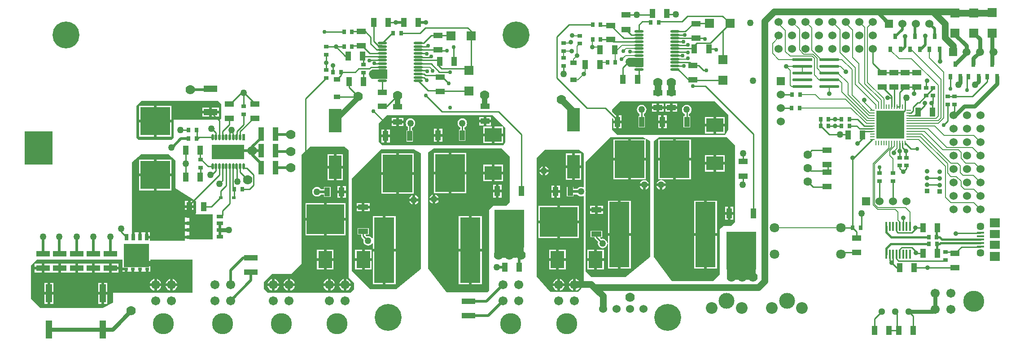
<source format=gtl>
G04 Layer_Physical_Order=1*
G04 Layer_Color=255*
%FSLAX23Y23*%
%MOIN*%
G70*
G01*
G75*
%ADD10R,0.028X0.035*%
%ADD11R,0.102X0.043*%
%ADD12R,0.043X0.067*%
%ADD13R,0.067X0.043*%
%ADD14R,0.035X0.028*%
%ADD15R,0.102X0.047*%
%ADD16R,0.043X0.102*%
%ADD17R,0.067X0.041*%
%ADD18R,0.066X0.065*%
%ADD19R,0.065X0.066*%
%ADD20R,0.015X0.070*%
%ADD21O,0.015X0.070*%
%ADD22R,0.031X0.039*%
%ADD23R,0.031X0.024*%
%ADD24O,0.020X0.045*%
%ADD25R,0.020X0.045*%
%ADD26R,0.239X0.108*%
%ADD27R,0.126X0.102*%
%ADD28R,0.102X0.126*%
%ADD29O,0.071X0.018*%
%ADD30R,0.075X0.071*%
%ADD31R,0.075X0.059*%
%ADD32R,0.053X0.016*%
%ADD33R,0.051X0.030*%
%ADD34R,0.024X0.031*%
%ADD35R,0.177X0.189*%
%ADD36R,0.030X0.051*%
%ADD37R,0.031X0.024*%
%ADD38R,0.189X0.177*%
%ADD39R,0.220X0.280*%
%ADD40R,0.041X0.077*%
%ADD41R,0.280X0.220*%
%ADD42R,0.077X0.041*%
%ADD43R,0.151X0.485*%
%ADD44R,0.093X0.175*%
%ADD45R,0.220X0.210*%
%ADD46R,0.208X0.250*%
%ADD47R,0.047X0.138*%
%ADD48R,0.034X0.010*%
%ADD49R,0.010X0.034*%
%ADD50R,0.209X0.209*%
%ADD51O,0.150X0.020*%
%ADD52R,0.150X0.020*%
%ADD53R,0.048X0.036*%
%ADD54C,0.010*%
%ADD55C,0.040*%
%ADD56C,0.030*%
%ADD57C,0.050*%
%ADD58C,0.020*%
%ADD59C,0.006*%
%ADD60C,0.015*%
%ADD61C,0.071*%
%ADD62C,0.051*%
%ADD63C,0.118*%
%ADD64C,0.087*%
%ADD65C,0.200*%
%ADD66C,0.057*%
%ADD67C,0.060*%
%ADD68R,0.060X0.060*%
%ADD69R,0.060X0.060*%
%ADD70C,0.063*%
%ADD71C,0.070*%
%ADD72C,0.060*%
%ADD73C,0.035*%
%ADD74R,0.035X0.035*%
%ADD75C,0.067*%
%ADD76C,0.157*%
%ADD77R,0.059X0.059*%
%ADD78C,0.059*%
%ADD79C,0.050*%
%ADD80C,0.030*%
%ADD81C,0.035*%
G36*
X8977Y3981D02*
X8977Y3411D01*
X8947Y3381D01*
X8892Y3381D01*
X8862Y3356D01*
X8862Y3021D01*
X8812Y2971D01*
X8507D01*
X8372Y3150D01*
Y4011D01*
X8414Y4041D01*
X8917Y4041D01*
X8977Y3981D01*
D02*
G37*
G36*
X8927Y4206D02*
X8927Y4097D01*
X8902Y4056D01*
X8100Y4056D01*
X8062Y4097D01*
X8062Y4179D01*
X8067Y4181D01*
X8072Y4177D01*
Y4165D01*
X8092D01*
Y4203D01*
X8088D01*
X8062Y4229D01*
Y4246D01*
X8122Y4306D01*
X8827D01*
X8927Y4206D01*
D02*
G37*
G36*
X9130Y3095D02*
X9130Y2990D01*
X9120Y2980D01*
X8930Y2980D01*
X8915Y2995D01*
X8915Y3095D01*
X9130Y3095D01*
D02*
G37*
G36*
X7175Y4205D02*
X7270Y4110D01*
X7270Y4003D01*
X7256Y3981D01*
X6353D01*
X6328Y4008D01*
Y4145D01*
X6388Y4205D01*
X7175Y4205D01*
D02*
G37*
G36*
X4766Y3915D02*
X4820Y3868D01*
X4820Y3661D01*
X4972Y3564D01*
X4972Y3479D01*
X4958D01*
X4954Y3482D01*
X4954Y3484D01*
Y3515D01*
X4922D01*
X4890D01*
Y3484D01*
X4890Y3479D01*
X4890Y3477D01*
Y3464D01*
X4912D01*
Y3444D01*
X4890D01*
Y3428D01*
X4890D01*
Y3426D01*
X4890D01*
Y3411D01*
X4912D01*
Y3391D01*
X4890D01*
Y3375D01*
Y3359D01*
X4912D01*
Y3339D01*
X4890D01*
Y3324D01*
X4890D01*
Y3322D01*
X4890D01*
Y3306D01*
X4912D01*
Y3286D01*
X4890D01*
Y3271D01*
X4885Y3270D01*
X4630Y3270D01*
Y3288D01*
X4605D01*
Y3298D01*
X4595D01*
Y3333D01*
X4580D01*
Y3333D01*
X4580D01*
Y3333D01*
X4565D01*
Y3298D01*
X4545D01*
Y3333D01*
X4530D01*
Y3333D01*
X4530D01*
Y3333D01*
X4515D01*
Y3298D01*
X4495D01*
Y3337D01*
X4495Y3337D01*
X4495Y3853D01*
X4565Y3915D01*
X4766Y3915D01*
D02*
G37*
G36*
X7405Y3260D02*
X7405Y3167D01*
X7400Y3166D01*
X7399Y3171D01*
X7396Y3176D01*
X7391Y3179D01*
X7390Y3179D01*
X7388Y3183D01*
X7381Y3187D01*
X7373Y3189D01*
X7365Y3187D01*
X7359Y3183D01*
X7354Y3176D01*
X7353Y3168D01*
Y3145D01*
X7205Y3145D01*
X7190Y3160D01*
X7190Y3260D01*
X7405Y3260D01*
D02*
G37*
G36*
X7816Y3946D02*
X7852Y3920D01*
X7852Y3670D01*
X7847Y3667D01*
X7842Y3670D01*
X7832Y3671D01*
X7823Y3670D01*
X7815Y3666D01*
X7807Y3660D01*
X7804Y3656D01*
X7776D01*
Y3672D01*
X7725D01*
Y3599D01*
X7776D01*
Y3615D01*
X7804D01*
X7807Y3611D01*
X7815Y3605D01*
X7823Y3601D01*
X7832Y3600D01*
X7842Y3601D01*
X7847Y3604D01*
X7852Y3601D01*
X7852Y2936D01*
X7814Y2890D01*
X7604Y2890D01*
X7502Y3005D01*
X7502Y3886D01*
X7567Y3946D01*
X7816Y3946D01*
D02*
G37*
G36*
X6643Y3921D02*
Y3060D01*
X6458Y2910D01*
X6265D01*
X6130Y3045D01*
X6130Y3733D01*
X6348Y3951D01*
X6588D01*
X6643Y3921D01*
D02*
G37*
G36*
X5160Y4285D02*
X5160Y4180D01*
X5150Y4170D01*
X4805D01*
Y4035D01*
X4790Y4020D01*
X4545D01*
X4530Y4035D01*
X4530Y4275D01*
X4565Y4310D01*
X5135D01*
X5160Y4285D01*
D02*
G37*
G36*
X8308Y4032D02*
X8311Y4029D01*
Y4029D01*
X8311D01*
X8310Y4025D01*
X8308Y4025D01*
X8202D01*
Y3886D01*
X8313D01*
Y4021D01*
X8313Y4024D01*
X8315Y4026D01*
Y4026D01*
X8315D01*
X8320Y4026D01*
X8347Y4011D01*
Y3150D01*
X8163Y3000D01*
X7908D01*
X7867Y3041D01*
X7867Y3633D01*
X7868Y3636D01*
X7867Y3638D01*
X7867Y3856D01*
X8052Y4041D01*
X8292D01*
X8308Y4032D01*
D02*
G37*
G36*
X4945Y2885D02*
X4355D01*
Y2810D01*
X4280Y2770D01*
X3815D01*
X3745Y2840D01*
X3745Y3085D01*
X3790Y3130D01*
X4426D01*
Y3072D01*
X4451D01*
Y3062D01*
X4461D01*
Y3040D01*
X4477D01*
Y3040D01*
X4479D01*
Y3040D01*
X4494D01*
Y3062D01*
X4514D01*
Y3040D01*
X4546D01*
Y3062D01*
X4566D01*
Y3040D01*
X4581D01*
Y3040D01*
X4583D01*
Y3040D01*
X4599D01*
Y3062D01*
X4619D01*
Y3040D01*
X4634D01*
Y3061D01*
X4634D01*
Y3130D01*
X4945D01*
Y2885D01*
D02*
G37*
G36*
X7302Y3896D02*
X7302Y3557D01*
X7275Y3530D01*
X7183Y3530D01*
X7150Y3502D01*
X7150Y2898D01*
X7137Y2886D01*
X6832D01*
X6697Y3065D01*
Y3926D01*
X6739Y3956D01*
X7242Y3956D01*
X7302Y3896D01*
D02*
G37*
G36*
X6392Y4475D02*
X6280Y4475D01*
X6262Y4492D01*
Y4530D01*
X6282Y4545D01*
X6392D01*
X6392Y4475D01*
D02*
G37*
G36*
X6071Y3971D02*
X6107Y3945D01*
X6107Y2997D01*
X6145Y2954D01*
X6145Y2906D01*
X6119Y2885D01*
X5505Y2885D01*
X5475Y2915D01*
X5475Y2965D01*
X5535Y3025D01*
X5678D01*
X5757Y3101D01*
X5757Y3911D01*
X5822Y3971D01*
X6071Y3971D01*
D02*
G37*
G36*
X8297Y4565D02*
X8188D01*
X8167Y4586D01*
Y4616D01*
X8187Y4630D01*
X8297D01*
X8297Y4565D01*
D02*
G37*
%LPC*%
G36*
X8842Y3306D02*
X8767D01*
Y3063D01*
X8842D01*
Y3306D01*
D02*
G37*
G36*
X8747D02*
X8672D01*
Y3063D01*
X8747D01*
Y3306D01*
D02*
G37*
G36*
X8963Y3523D02*
X8942D01*
Y3485D01*
X8963D01*
Y3523D01*
D02*
G37*
G36*
X8922D02*
X8902D01*
Y3485D01*
X8922D01*
Y3523D01*
D02*
G37*
G36*
X8747Y3568D02*
X8672D01*
Y3326D01*
X8747D01*
Y3568D01*
D02*
G37*
G36*
X8922Y3465D02*
X8902D01*
Y3427D01*
X8922D01*
Y3465D01*
D02*
G37*
G36*
X8963D02*
X8942D01*
Y3427D01*
X8963D01*
Y3465D01*
D02*
G37*
G36*
X8842Y3568D02*
X8767D01*
Y3326D01*
X8842D01*
Y3568D01*
D02*
G37*
G36*
X8648Y4025D02*
X8537D01*
Y3886D01*
X8648D01*
Y4025D01*
D02*
G37*
G36*
X8517D02*
X8407D01*
Y3886D01*
X8517D01*
Y4025D01*
D02*
G37*
G36*
X8817Y3907D02*
X8754D01*
Y3856D01*
X8817D01*
Y3907D01*
D02*
G37*
G36*
X8900D02*
X8837D01*
Y3856D01*
X8900D01*
Y3907D01*
D02*
G37*
G36*
X8417Y3676D02*
X8394D01*
X8397Y3668D01*
X8402Y3661D01*
X8410Y3655D01*
X8417Y3652D01*
Y3676D01*
D02*
G37*
G36*
X8461D02*
X8437D01*
Y3652D01*
X8445Y3655D01*
X8452Y3661D01*
X8458Y3668D01*
X8461Y3676D01*
D02*
G37*
G36*
X8900Y3836D02*
X8837D01*
Y3784D01*
X8900D01*
Y3836D01*
D02*
G37*
G36*
X8817D02*
X8754D01*
Y3784D01*
X8817D01*
Y3836D01*
D02*
G37*
G36*
X8517Y3866D02*
X8407D01*
Y3726D01*
X8427D01*
X8427Y3721D01*
X8418Y3720D01*
X8410Y3716D01*
X8402Y3710D01*
X8397Y3703D01*
X8394Y3696D01*
X8461D01*
X8458Y3703D01*
X8452Y3710D01*
X8445Y3716D01*
X8437Y3720D01*
X8428Y3721D01*
X8428Y3726D01*
X8517D01*
Y3866D01*
D02*
G37*
G36*
X8648D02*
X8537D01*
Y3726D01*
X8648D01*
Y3866D01*
D02*
G37*
G36*
X8817Y4119D02*
X8754D01*
Y4068D01*
X8817D01*
Y4119D01*
D02*
G37*
G36*
X8900D02*
X8837D01*
Y4068D01*
X8900D01*
Y4119D01*
D02*
G37*
G36*
X8427Y4145D02*
X8407D01*
Y4107D01*
X8427D01*
Y4145D01*
D02*
G37*
G36*
X8468D02*
X8447D01*
Y4107D01*
X8468D01*
Y4145D01*
D02*
G37*
G36*
X8282Y4281D02*
X8273Y4280D01*
X8265Y4276D01*
X8257Y4270D01*
X8252Y4263D01*
X8248Y4255D01*
X8247Y4246D01*
X8248Y4236D01*
X8252Y4228D01*
X8257Y4221D01*
X8265Y4215D01*
X8267Y4214D01*
Y4197D01*
X8258D01*
Y4113D01*
X8307D01*
Y4197D01*
X8298D01*
Y4214D01*
X8300Y4215D01*
X8307Y4221D01*
X8313Y4228D01*
X8316Y4236D01*
X8318Y4246D01*
X8316Y4255D01*
X8313Y4263D01*
X8307Y4270D01*
X8300Y4276D01*
X8292Y4280D01*
X8282Y4281D01*
D02*
G37*
G36*
X8133Y4145D02*
X8112D01*
Y4107D01*
X8133D01*
Y4145D01*
D02*
G37*
G36*
X8092D02*
X8072D01*
Y4107D01*
X8092D01*
Y4145D01*
D02*
G37*
G36*
X8392Y4249D02*
X8359D01*
Y4229D01*
X8392D01*
Y4249D01*
D02*
G37*
G36*
X8446D02*
X8412D01*
Y4229D01*
X8446D01*
Y4249D01*
D02*
G37*
G36*
X8492D02*
X8459D01*
Y4229D01*
X8492D01*
Y4249D01*
D02*
G37*
G36*
X8446Y4290D02*
X8412D01*
Y4269D01*
X8446D01*
Y4290D01*
D02*
G37*
G36*
X8492D02*
X8459D01*
Y4269D01*
X8492D01*
Y4290D01*
D02*
G37*
G36*
X8546D02*
X8512D01*
Y4269D01*
X8546D01*
Y4290D01*
D02*
G37*
G36*
X8392D02*
X8359D01*
Y4269D01*
X8392D01*
Y4290D01*
D02*
G37*
G36*
X8546Y4249D02*
X8512D01*
Y4229D01*
X8546D01*
Y4249D01*
D02*
G37*
G36*
X8817Y4190D02*
X8754D01*
Y4139D01*
X8817D01*
Y4190D01*
D02*
G37*
G36*
X8900D02*
X8837D01*
Y4139D01*
X8900D01*
Y4190D01*
D02*
G37*
G36*
X8617Y4281D02*
X8608Y4280D01*
X8600Y4276D01*
X8592Y4270D01*
X8587Y4263D01*
X8583Y4255D01*
X8582Y4246D01*
X8583Y4236D01*
X8587Y4228D01*
X8592Y4221D01*
X8600Y4215D01*
X8602Y4214D01*
Y4197D01*
X8593D01*
Y4113D01*
X8642D01*
Y4197D01*
X8633D01*
Y4214D01*
X8635Y4215D01*
X8642Y4221D01*
X8648Y4228D01*
X8651Y4236D01*
X8653Y4246D01*
X8651Y4255D01*
X8648Y4263D01*
X8642Y4270D01*
X8635Y4276D01*
X8627Y4280D01*
X8617Y4281D01*
D02*
G37*
G36*
X8468Y4203D02*
X8447D01*
Y4165D01*
X8468D01*
Y4203D01*
D02*
G37*
G36*
X8427D02*
X8407D01*
Y4165D01*
X8427D01*
Y4203D01*
D02*
G37*
G36*
X8133D02*
X8112D01*
Y4165D01*
X8133D01*
Y4203D01*
D02*
G37*
G36*
X6801Y4103D02*
X6780D01*
Y4065D01*
X6801D01*
Y4103D01*
D02*
G37*
G36*
X6760D02*
X6739D01*
Y4065D01*
X6760D01*
Y4103D01*
D02*
G37*
G36*
X6370Y4098D02*
X6349D01*
Y4060D01*
X6370D01*
Y4098D01*
D02*
G37*
G36*
X6411D02*
X6390D01*
Y4060D01*
X6411D01*
Y4098D01*
D02*
G37*
G36*
X7170Y4120D02*
X7107D01*
Y4068D01*
X7170D01*
Y4120D01*
D02*
G37*
G36*
X7253D02*
X7190D01*
Y4068D01*
X7253D01*
Y4120D01*
D02*
G37*
G36*
X7170Y4048D02*
X7107D01*
Y3997D01*
X7170D01*
Y4048D01*
D02*
G37*
G36*
X7253D02*
X7190D01*
Y3997D01*
X7253D01*
Y4048D01*
D02*
G37*
G36*
X6565Y4180D02*
X6556Y4179D01*
X6547Y4176D01*
X6540Y4170D01*
X6534Y4163D01*
X6531Y4154D01*
X6530Y4145D01*
X6531Y4136D01*
X6534Y4127D01*
X6540Y4120D01*
X6545Y4116D01*
Y4091D01*
X6536D01*
Y4008D01*
X6584D01*
Y4091D01*
X6575D01*
Y4111D01*
X6583Y4114D01*
X6590Y4120D01*
X6596Y4127D01*
X6599Y4136D01*
X6600Y4145D01*
X6599Y4154D01*
X6596Y4163D01*
X6590Y4170D01*
X6583Y4176D01*
X6574Y4179D01*
X6565Y4180D01*
D02*
G37*
G36*
X6950D02*
X6941Y4179D01*
X6932Y4176D01*
X6925Y4170D01*
X6919Y4163D01*
X6916Y4154D01*
X6915Y4145D01*
X6916Y4136D01*
X6919Y4127D01*
X6925Y4120D01*
X6932Y4114D01*
X6935Y4113D01*
Y4096D01*
X6926D01*
Y4013D01*
X6974D01*
Y4096D01*
X6965D01*
Y4114D01*
X6968Y4114D01*
X6975Y4120D01*
X6981Y4127D01*
X6984Y4136D01*
X6985Y4145D01*
X6984Y4154D01*
X6981Y4163D01*
X6975Y4170D01*
X6968Y4176D01*
X6959Y4179D01*
X6950Y4180D01*
D02*
G37*
G36*
X6801Y4045D02*
X6780D01*
Y4006D01*
X6801D01*
Y4045D01*
D02*
G37*
G36*
X6370Y4040D02*
X6349D01*
Y4001D01*
X6370D01*
Y4040D01*
D02*
G37*
G36*
X6411D02*
X6390D01*
Y4001D01*
X6411D01*
Y4040D01*
D02*
G37*
G36*
X6760Y4045D02*
X6739D01*
Y4006D01*
X6760D01*
Y4045D01*
D02*
G37*
G36*
X7163Y4149D02*
X7130D01*
Y4128D01*
X7163D01*
Y4149D01*
D02*
G37*
G36*
X7110D02*
X7077D01*
Y4128D01*
X7110D01*
Y4149D01*
D02*
G37*
G36*
X6460Y4144D02*
X6427D01*
Y4123D01*
X6460D01*
Y4144D01*
D02*
G37*
G36*
X6513D02*
X6480D01*
Y4123D01*
X6513D01*
Y4144D01*
D02*
G37*
G36*
X7110Y4190D02*
X7077D01*
Y4169D01*
X7110D01*
Y4190D01*
D02*
G37*
G36*
X7163D02*
X7130D01*
Y4169D01*
X7163D01*
Y4190D01*
D02*
G37*
G36*
X6460Y4185D02*
X6427D01*
Y4164D01*
X6460D01*
Y4185D01*
D02*
G37*
G36*
X6513D02*
X6480D01*
Y4164D01*
X6513D01*
Y4185D01*
D02*
G37*
G36*
X4912Y3568D02*
X4890D01*
Y3535D01*
X4912D01*
Y3568D01*
D02*
G37*
G36*
X4954D02*
X4932D01*
Y3535D01*
X4954D01*
Y3568D01*
D02*
G37*
G36*
X4630Y3333D02*
X4615D01*
Y3308D01*
X4630D01*
Y3333D01*
D02*
G37*
G36*
X4660Y3750D02*
X4550D01*
Y3645D01*
X4660D01*
Y3750D01*
D02*
G37*
G36*
X4790D02*
X4680D01*
Y3645D01*
X4790D01*
Y3750D01*
D02*
G37*
G36*
Y3875D02*
X4680D01*
Y3770D01*
X4790D01*
Y3875D01*
D02*
G37*
G36*
X4660D02*
X4550D01*
Y3770D01*
X4660D01*
Y3875D01*
D02*
G37*
G36*
X7647Y3203D02*
X7595D01*
Y3140D01*
X7647D01*
Y3203D01*
D02*
G37*
G36*
X7718D02*
X7667D01*
Y3140D01*
X7718D01*
Y3203D01*
D02*
G37*
G36*
X7657Y3401D02*
X7517D01*
Y3290D01*
X7657D01*
Y3401D01*
D02*
G37*
G36*
X7817D02*
X7677D01*
Y3290D01*
X7817D01*
Y3401D01*
D02*
G37*
G36*
Y3531D02*
X7677D01*
Y3421D01*
X7817D01*
Y3531D01*
D02*
G37*
G36*
X7657D02*
X7517D01*
Y3421D01*
X7657D01*
Y3531D01*
D02*
G37*
G36*
X7656Y2933D02*
X7623D01*
X7624Y2932D01*
X7628Y2921D01*
X7635Y2912D01*
X7644Y2905D01*
X7655Y2901D01*
X7656Y2901D01*
Y2933D01*
D02*
G37*
G36*
X7708D02*
X7676D01*
Y2901D01*
X7677Y2901D01*
X7688Y2905D01*
X7697Y2912D01*
X7704Y2921D01*
X7708Y2932D01*
X7708Y2933D01*
D02*
G37*
G36*
X7774D02*
X7742D01*
X7742Y2932D01*
X7746Y2921D01*
X7753Y2912D01*
X7762Y2905D01*
X7773Y2901D01*
X7774Y2901D01*
Y2933D01*
D02*
G37*
G36*
X7827D02*
X7794D01*
Y2901D01*
X7795Y2901D01*
X7806Y2905D01*
X7815Y2912D01*
X7822Y2921D01*
X7826Y2932D01*
X7827Y2933D01*
D02*
G37*
G36*
X7676Y2986D02*
Y2953D01*
X7708D01*
X7708Y2955D01*
X7704Y2965D01*
X7697Y2974D01*
X7688Y2981D01*
X7677Y2986D01*
X7676Y2986D01*
D02*
G37*
G36*
X7774D02*
X7773Y2986D01*
X7762Y2981D01*
X7753Y2974D01*
X7746Y2965D01*
X7742Y2955D01*
X7742Y2953D01*
X7774D01*
Y2986D01*
D02*
G37*
G36*
X7794D02*
Y2953D01*
X7827D01*
X7826Y2955D01*
X7822Y2965D01*
X7815Y2974D01*
X7806Y2981D01*
X7795Y2986D01*
X7794Y2986D01*
D02*
G37*
G36*
X7647Y3120D02*
X7595D01*
Y3057D01*
X7647D01*
Y3120D01*
D02*
G37*
G36*
X7718D02*
X7667D01*
Y3057D01*
X7718D01*
Y3120D01*
D02*
G37*
G36*
X7656Y2986D02*
X7655Y2986D01*
X7644Y2981D01*
X7635Y2974D01*
X7628Y2965D01*
X7624Y2955D01*
X7623Y2953D01*
X7656D01*
Y2986D01*
D02*
G37*
G36*
X7832Y3920D02*
X7786D01*
Y3832D01*
X7832D01*
Y3920D01*
D02*
G37*
G36*
X7634Y3679D02*
X7613D01*
Y3646D01*
X7634D01*
Y3679D01*
D02*
G37*
G36*
X7676D02*
X7654D01*
Y3646D01*
X7676D01*
Y3679D01*
D02*
G37*
G36*
Y3626D02*
X7654D01*
Y3592D01*
X7676D01*
Y3626D01*
D02*
G37*
G36*
X7634D02*
X7613D01*
Y3592D01*
X7634D01*
Y3626D01*
D02*
G37*
G36*
X7766Y3920D02*
X7719D01*
Y3832D01*
X7766D01*
Y3920D01*
D02*
G37*
G36*
X7567Y3824D02*
Y3801D01*
X7591D01*
X7588Y3808D01*
X7582Y3815D01*
X7575Y3821D01*
X7567Y3824D01*
D02*
G37*
G36*
X7547D02*
X7540Y3821D01*
X7532Y3815D01*
X7527Y3808D01*
X7524Y3801D01*
X7547D01*
Y3824D01*
D02*
G37*
G36*
Y3781D02*
X7524D01*
X7527Y3773D01*
X7532Y3766D01*
X7540Y3760D01*
X7547Y3757D01*
Y3781D01*
D02*
G37*
G36*
X7591D02*
X7567D01*
Y3757D01*
X7575Y3760D01*
X7582Y3766D01*
X7588Y3773D01*
X7591Y3781D01*
D02*
G37*
G36*
X7766Y3812D02*
X7719D01*
Y3725D01*
X7766D01*
Y3812D01*
D02*
G37*
G36*
X7832D02*
X7786D01*
Y3725D01*
X7832D01*
Y3812D01*
D02*
G37*
G36*
X6276Y3203D02*
X6225D01*
Y3140D01*
X6276D01*
Y3203D01*
D02*
G37*
G36*
X6455Y3453D02*
X6380D01*
Y3210D01*
X6455D01*
Y3453D01*
D02*
G37*
G36*
X6205Y3203D02*
X6154D01*
Y3140D01*
X6205D01*
Y3203D01*
D02*
G37*
G36*
X6360Y3453D02*
X6285D01*
Y3290D01*
X6280Y3289D01*
X6275Y3295D01*
X6268Y3301D01*
X6259Y3304D01*
X6250Y3305D01*
X6241Y3304D01*
X6239Y3303D01*
X6231Y3311D01*
X6233Y3316D01*
X6256D01*
Y3364D01*
X6172D01*
Y3316D01*
X6199D01*
Y3306D01*
X6200Y3300D01*
X6203Y3295D01*
X6217Y3281D01*
X6216Y3279D01*
X6215Y3270D01*
X6216Y3261D01*
X6219Y3252D01*
X6225Y3245D01*
X6232Y3239D01*
X6241Y3236D01*
X6250Y3235D01*
X6259Y3236D01*
X6268Y3239D01*
X6275Y3245D01*
X6280Y3251D01*
X6285Y3250D01*
Y3210D01*
X6360D01*
Y3453D01*
D02*
G37*
G36*
X6204Y3510D02*
X6166D01*
Y3489D01*
X6204D01*
Y3510D01*
D02*
G37*
G36*
X6262D02*
X6224D01*
Y3489D01*
X6262D01*
Y3510D01*
D02*
G37*
G36*
X6580Y3565D02*
X6556D01*
X6559Y3557D01*
X6565Y3550D01*
X6572Y3544D01*
X6580Y3541D01*
Y3565D01*
D02*
G37*
G36*
X6262Y3551D02*
X6224D01*
Y3530D01*
X6262D01*
Y3551D01*
D02*
G37*
G36*
X6204D02*
X6166D01*
Y3530D01*
X6204D01*
Y3551D01*
D02*
G37*
G36*
X6360Y3190D02*
X6285D01*
Y2947D01*
X6360D01*
Y3190D01*
D02*
G37*
G36*
X6455D02*
X6380D01*
Y2947D01*
X6455D01*
Y3190D01*
D02*
G37*
G36*
X6276Y3120D02*
X6225D01*
Y3057D01*
X6276D01*
Y3120D01*
D02*
G37*
G36*
X6205D02*
X6154D01*
Y3057D01*
X6205D01*
Y3120D01*
D02*
G37*
G36*
X6624Y3565D02*
X6600D01*
Y3541D01*
X6608Y3544D01*
X6615Y3550D01*
X6621Y3557D01*
X6624Y3565D01*
D02*
G37*
G36*
X6600Y3609D02*
Y3585D01*
X6624D01*
X6621Y3593D01*
X6615Y3600D01*
X6608Y3606D01*
X6600Y3609D01*
D02*
G37*
G36*
X6580D02*
X6572Y3606D01*
X6565Y3600D01*
X6559Y3593D01*
X6556Y3585D01*
X6580D01*
Y3609D01*
D02*
G37*
G36*
X6460Y3760D02*
X6350D01*
Y3620D01*
X6460D01*
Y3760D01*
D02*
G37*
G36*
X6590D02*
X6480D01*
Y3620D01*
X6590D01*
Y3760D01*
D02*
G37*
G36*
X6460Y3920D02*
X6350D01*
Y3780D01*
X6460D01*
Y3920D01*
D02*
G37*
G36*
X6590D02*
X6480D01*
Y3780D01*
X6590D01*
Y3920D01*
D02*
G37*
G36*
X4790Y4150D02*
X4680D01*
Y4045D01*
X4790D01*
Y4150D01*
D02*
G37*
G36*
X4660D02*
X4550D01*
Y4045D01*
X4660D01*
Y4150D01*
D02*
G37*
G36*
X5141Y4218D02*
X5090D01*
Y4195D01*
X5141D01*
Y4218D01*
D02*
G37*
G36*
X4660Y4275D02*
X4550D01*
Y4170D01*
X4660D01*
Y4275D01*
D02*
G37*
G36*
X4790D02*
X4680D01*
Y4170D01*
X4790D01*
Y4275D01*
D02*
G37*
G36*
X5070Y4218D02*
X5019D01*
Y4195D01*
X5070D01*
Y4218D01*
D02*
G37*
G36*
Y4262D02*
X5019D01*
Y4238D01*
X5070D01*
Y4262D01*
D02*
G37*
G36*
X5141D02*
X5090D01*
Y4238D01*
X5141D01*
Y4262D01*
D02*
G37*
G36*
X8001Y3120D02*
X7950D01*
Y3057D01*
X8001D01*
Y3120D01*
D02*
G37*
G36*
Y3203D02*
X7950D01*
Y3140D01*
X8001D01*
Y3203D01*
D02*
G37*
G36*
X7988Y3345D02*
X7904D01*
Y3296D01*
X7931D01*
X7932Y3291D01*
X7936Y3286D01*
X7959Y3262D01*
X7958Y3260D01*
X7957Y3251D01*
X7958Y3241D01*
X7962Y3233D01*
X7967Y3226D01*
X7975Y3220D01*
X7983Y3216D01*
X7992Y3215D01*
X8002Y3216D01*
X8010Y3220D01*
X8017Y3226D01*
X8023Y3233D01*
X8026Y3241D01*
X8027Y3246D01*
X8032Y3246D01*
Y3063D01*
X8107D01*
Y3306D01*
X8032D01*
Y3255D01*
X8027Y3255D01*
X8026Y3260D01*
X8023Y3268D01*
X8017Y3275D01*
X8010Y3281D01*
X8002Y3285D01*
X7992Y3286D01*
X7983Y3285D01*
X7981Y3284D01*
X7973Y3292D01*
X7975Y3296D01*
X7988D01*
Y3345D01*
D02*
G37*
G36*
X8203Y3306D02*
X8127D01*
Y3063D01*
X8203D01*
Y3306D01*
D02*
G37*
G36*
X7930Y3203D02*
X7879D01*
Y3140D01*
X7930D01*
Y3203D01*
D02*
G37*
G36*
X7936Y3491D02*
X7898D01*
Y3470D01*
X7936D01*
Y3491D01*
D02*
G37*
G36*
X7995D02*
X7956D01*
Y3470D01*
X7995D01*
Y3491D01*
D02*
G37*
G36*
X7936Y3531D02*
X7898D01*
Y3511D01*
X7936D01*
Y3531D01*
D02*
G37*
G36*
X7995D02*
X7956D01*
Y3511D01*
X7995D01*
Y3531D01*
D02*
G37*
G36*
X8107Y3568D02*
X8032D01*
Y3326D01*
X8107D01*
Y3568D01*
D02*
G37*
G36*
X8203D02*
X8127D01*
Y3326D01*
X8203D01*
Y3568D01*
D02*
G37*
G36*
X7930Y3120D02*
X7879D01*
Y3057D01*
X7930D01*
Y3120D01*
D02*
G37*
G36*
X8182Y4025D02*
X8072D01*
Y3886D01*
X8182D01*
Y4025D01*
D02*
G37*
G36*
X8336Y3676D02*
X8312D01*
Y3652D01*
X8320Y3655D01*
X8327Y3661D01*
X8333Y3668D01*
X8336Y3676D01*
D02*
G37*
G36*
X8292D02*
X8269D01*
X8272Y3668D01*
X8277Y3661D01*
X8285Y3655D01*
X8292Y3652D01*
Y3676D01*
D02*
G37*
G36*
X8313Y3866D02*
X8202D01*
Y3726D01*
X8302D01*
X8302Y3721D01*
X8293Y3720D01*
X8285Y3716D01*
X8277Y3710D01*
X8272Y3703D01*
X8269Y3696D01*
X8336D01*
X8333Y3703D01*
X8327Y3710D01*
X8320Y3716D01*
X8312Y3720D01*
X8303Y3721D01*
X8303Y3726D01*
X8313D01*
Y3866D01*
D02*
G37*
G36*
X8182D02*
X8072D01*
Y3726D01*
X8182D01*
Y3866D01*
D02*
G37*
G36*
X4148Y3099D02*
X4144Y3099D01*
X4095D01*
Y3067D01*
Y3035D01*
X4144D01*
X4148Y3035D01*
X4151Y3035D01*
X4200D01*
Y3067D01*
Y3099D01*
X4151D01*
X4148Y3099D01*
D02*
G37*
G36*
X4273D02*
X4269Y3099D01*
X4220D01*
Y3067D01*
Y3035D01*
X4269D01*
X4273Y3035D01*
X4276Y3035D01*
X4325D01*
Y3067D01*
Y3099D01*
X4276D01*
X4273Y3099D01*
D02*
G37*
G36*
X4023D02*
X4019Y3099D01*
X3970D01*
Y3067D01*
Y3035D01*
X4019D01*
X4023Y3035D01*
X4026Y3035D01*
X4075D01*
Y3067D01*
Y3099D01*
X4026D01*
X4023Y3099D01*
D02*
G37*
G36*
X4345Y3099D02*
Y3077D01*
X4396D01*
Y3099D01*
X4345D01*
D02*
G37*
G36*
X3825D02*
X3774D01*
Y3077D01*
X3825D01*
Y3099D01*
D02*
G37*
G36*
X4314Y2869D02*
X4290D01*
Y2800D01*
X4314D01*
Y2869D01*
D02*
G37*
G36*
X3870Y2958D02*
X3846D01*
Y2889D01*
X3870D01*
Y2958D01*
D02*
G37*
G36*
X3914D02*
X3890D01*
Y2889D01*
X3914D01*
Y2958D01*
D02*
G37*
G36*
X3870Y2869D02*
X3846D01*
Y2800D01*
X3870D01*
Y2869D01*
D02*
G37*
G36*
X3914D02*
X3890D01*
Y2800D01*
X3914D01*
Y2869D01*
D02*
G37*
G36*
X4270D02*
X4246D01*
Y2800D01*
X4270D01*
Y2869D01*
D02*
G37*
G36*
Y2958D02*
X4246D01*
Y2889D01*
X4270D01*
Y2958D01*
D02*
G37*
G36*
X4779Y2933D02*
X4747D01*
X4747Y2932D01*
X4751Y2921D01*
X4758Y2912D01*
X4767Y2905D01*
X4778Y2901D01*
X4779Y2901D01*
Y2933D01*
D02*
G37*
G36*
X4832D02*
X4799D01*
Y2901D01*
X4800Y2901D01*
X4811Y2905D01*
X4820Y2912D01*
X4827Y2921D01*
X4831Y2932D01*
X4832Y2933D01*
D02*
G37*
G36*
X4314Y2958D02*
X4290D01*
Y2889D01*
X4314D01*
Y2958D01*
D02*
G37*
G36*
X4661Y2933D02*
X4628D01*
X4629Y2932D01*
X4633Y2921D01*
X4640Y2912D01*
X4649Y2905D01*
X4660Y2901D01*
X4661Y2901D01*
Y2933D01*
D02*
G37*
G36*
X4713D02*
X4681D01*
Y2901D01*
X4682Y2901D01*
X4693Y2905D01*
X4702Y2912D01*
X4709Y2921D01*
X4713Y2932D01*
X4713Y2933D01*
D02*
G37*
G36*
X3825Y3057D02*
X3774D01*
Y3035D01*
X3825D01*
Y3057D01*
D02*
G37*
G36*
X3898Y3099D02*
X3894Y3099D01*
X3845D01*
Y3067D01*
Y3035D01*
X3894D01*
X3898Y3035D01*
X3901Y3035D01*
X3950D01*
Y3067D01*
Y3099D01*
X3901D01*
X3898Y3099D01*
D02*
G37*
G36*
X4396Y3057D02*
X4345D01*
Y3035D01*
X4396D01*
Y3057D01*
D02*
G37*
G36*
X4441Y3052D02*
X4426D01*
Y3040D01*
X4441D01*
Y3052D01*
D02*
G37*
G36*
X4779Y2986D02*
X4778Y2986D01*
X4767Y2981D01*
X4758Y2974D01*
X4751Y2965D01*
X4747Y2955D01*
X4747Y2953D01*
X4779D01*
Y2986D01*
D02*
G37*
G36*
X4799D02*
Y2953D01*
X4832D01*
X4831Y2955D01*
X4827Y2965D01*
X4820Y2974D01*
X4811Y2981D01*
X4800Y2986D01*
X4799Y2986D01*
D02*
G37*
G36*
X4661D02*
X4660Y2986D01*
X4649Y2981D01*
X4640Y2974D01*
X4633Y2965D01*
X4629Y2955D01*
X4628Y2953D01*
X4661D01*
Y2986D01*
D02*
G37*
G36*
X4681D02*
Y2953D01*
X4713D01*
X4713Y2955D01*
X4709Y2965D01*
X4702Y2974D01*
X4693Y2981D01*
X4682Y2986D01*
X4681Y2986D01*
D02*
G37*
G36*
X7095Y3453D02*
X7020D01*
Y3210D01*
X7095D01*
Y3453D01*
D02*
G37*
G36*
X7000D02*
X6924D01*
Y3210D01*
X7000D01*
Y3453D01*
D02*
G37*
G36*
Y3190D02*
X6924D01*
Y2947D01*
X7000D01*
Y3190D01*
D02*
G37*
G36*
X7095D02*
X7020D01*
Y2947D01*
X7095D01*
Y3190D01*
D02*
G37*
G36*
X6850Y3765D02*
X6740D01*
Y3625D01*
X6850D01*
Y3765D01*
D02*
G37*
G36*
X6980D02*
X6870D01*
Y3625D01*
X6980D01*
Y3765D01*
D02*
G37*
G36*
X7200Y3687D02*
X7179D01*
Y3649D01*
X7200D01*
Y3687D01*
D02*
G37*
G36*
X7241D02*
X7220D01*
Y3649D01*
X7241D01*
Y3687D01*
D02*
G37*
G36*
X6730Y3614D02*
X6722Y3611D01*
X6715Y3605D01*
X6709Y3598D01*
X6706Y3590D01*
X6730D01*
Y3614D01*
D02*
G37*
G36*
X6750D02*
Y3590D01*
X6774D01*
X6771Y3598D01*
X6765Y3605D01*
X6758Y3611D01*
X6750Y3614D01*
D02*
G37*
G36*
X7200Y3629D02*
X7179D01*
Y3591D01*
X7200D01*
Y3629D01*
D02*
G37*
G36*
X6730Y3570D02*
X6706D01*
X6709Y3562D01*
X6715Y3555D01*
X6722Y3549D01*
X6730Y3546D01*
Y3570D01*
D02*
G37*
G36*
X6774D02*
X6750D01*
Y3546D01*
X6758Y3549D01*
X6765Y3555D01*
X6771Y3562D01*
X6774Y3570D01*
D02*
G37*
G36*
X7241Y3629D02*
X7220D01*
Y3591D01*
X7241D01*
Y3629D01*
D02*
G37*
G36*
X7170Y3836D02*
X7107D01*
Y3785D01*
X7170D01*
Y3836D01*
D02*
G37*
G36*
X6850Y3925D02*
X6740D01*
Y3785D01*
X6850D01*
Y3925D01*
D02*
G37*
G36*
X6980D02*
X6870D01*
Y3785D01*
X6980D01*
Y3925D01*
D02*
G37*
G36*
X7253Y3836D02*
X7190D01*
Y3785D01*
X7253D01*
Y3836D01*
D02*
G37*
G36*
Y3765D02*
X7190D01*
Y3714D01*
X7253D01*
Y3765D01*
D02*
G37*
G36*
X7170D02*
X7107D01*
Y3714D01*
X7170D01*
Y3765D01*
D02*
G37*
G36*
X5993Y3203D02*
X5942D01*
Y3140D01*
X5993D01*
Y3203D01*
D02*
G37*
G36*
X5922D02*
X5870D01*
Y3140D01*
X5922D01*
Y3203D01*
D02*
G37*
G36*
X6084Y3550D02*
X5944D01*
Y3440D01*
X6084D01*
Y3550D01*
D02*
G37*
G36*
Y3420D02*
X5944D01*
Y3310D01*
X6084D01*
Y3420D01*
D02*
G37*
G36*
X5924D02*
X5785D01*
Y3310D01*
X5924D01*
Y3420D01*
D02*
G37*
G36*
Y3550D02*
X5785D01*
Y3440D01*
X5924D01*
Y3550D01*
D02*
G37*
G36*
X6003Y2933D02*
X5971D01*
Y2901D01*
X5972Y2901D01*
X5983Y2905D01*
X5992Y2912D01*
X5999Y2921D01*
X6003Y2932D01*
X6003Y2933D01*
D02*
G37*
G36*
X6069D02*
X6037D01*
X6037Y2932D01*
X6041Y2921D01*
X6048Y2912D01*
X6057Y2905D01*
X6068Y2901D01*
X6069Y2901D01*
Y2933D01*
D02*
G37*
G36*
X6122D02*
X6089D01*
Y2901D01*
X6090Y2901D01*
X6101Y2905D01*
X6110Y2912D01*
X6117Y2921D01*
X6121Y2932D01*
X6122Y2933D01*
D02*
G37*
G36*
X5654D02*
X5622D01*
X5622Y2932D01*
X5626Y2921D01*
X5633Y2912D01*
X5642Y2905D01*
X5653Y2901D01*
X5654Y2901D01*
Y2933D01*
D02*
G37*
G36*
X5707D02*
X5674D01*
Y2901D01*
X5675Y2901D01*
X5686Y2905D01*
X5695Y2912D01*
X5702Y2921D01*
X5706Y2932D01*
X5707Y2933D01*
D02*
G37*
G36*
X5951D02*
X5918D01*
X5919Y2932D01*
X5923Y2921D01*
X5930Y2912D01*
X5939Y2905D01*
X5950Y2901D01*
X5951Y2901D01*
Y2933D01*
D02*
G37*
G36*
X5588D02*
X5556D01*
Y2901D01*
X5557Y2901D01*
X5568Y2905D01*
X5577Y2912D01*
X5584Y2921D01*
X5588Y2932D01*
X5588Y2933D01*
D02*
G37*
G36*
X5536D02*
X5503D01*
X5504Y2932D01*
X5508Y2921D01*
X5515Y2912D01*
X5524Y2905D01*
X5535Y2901D01*
X5536Y2901D01*
Y2933D01*
D02*
G37*
G36*
X5922Y3120D02*
X5870D01*
Y3057D01*
X5922D01*
Y3120D01*
D02*
G37*
G36*
X5993D02*
X5942D01*
Y3057D01*
X5993D01*
Y3120D01*
D02*
G37*
G36*
X5536Y2986D02*
X5535Y2986D01*
X5524Y2981D01*
X5515Y2974D01*
X5508Y2965D01*
X5504Y2955D01*
X5503Y2953D01*
X5536D01*
Y2986D01*
D02*
G37*
G36*
X5556D02*
Y2953D01*
X5588D01*
X5588Y2955D01*
X5584Y2965D01*
X5577Y2974D01*
X5568Y2981D01*
X5557Y2986D01*
X5556Y2986D01*
D02*
G37*
G36*
X5971D02*
Y2953D01*
X6003D01*
X6003Y2955D01*
X5999Y2965D01*
X5992Y2974D01*
X5983Y2981D01*
X5972Y2986D01*
X5971Y2986D01*
D02*
G37*
G36*
X6069D02*
X6068Y2986D01*
X6057Y2981D01*
X6048Y2974D01*
X6041Y2965D01*
X6037Y2955D01*
X6037Y2953D01*
X6069D01*
Y2986D01*
D02*
G37*
G36*
X6089D02*
Y2953D01*
X6122D01*
X6121Y2955D01*
X6117Y2965D01*
X6110Y2974D01*
X6101Y2981D01*
X6090Y2986D01*
X6089Y2986D01*
D02*
G37*
G36*
X5654D02*
X5653Y2986D01*
X5642Y2981D01*
X5633Y2974D01*
X5626Y2965D01*
X5622Y2955D01*
X5622Y2953D01*
X5654D01*
Y2986D01*
D02*
G37*
G36*
X5674D02*
Y2953D01*
X5707D01*
X5706Y2955D01*
X5702Y2965D01*
X5695Y2974D01*
X5686Y2981D01*
X5675Y2986D01*
X5674Y2986D01*
D02*
G37*
G36*
X5951D02*
X5950Y2986D01*
X5939Y2981D01*
X5930Y2974D01*
X5923Y2965D01*
X5919Y2955D01*
X5918Y2953D01*
X5951D01*
Y2986D01*
D02*
G37*
G36*
X6085Y3678D02*
X6063D01*
Y3645D01*
X6085D01*
Y3678D01*
D02*
G37*
G36*
X6043D02*
X6021D01*
Y3645D01*
X6043D01*
Y3678D01*
D02*
G37*
G36*
Y3625D02*
X6021D01*
Y3592D01*
X6043D01*
Y3625D01*
D02*
G37*
G36*
X6085D02*
X6063D01*
Y3592D01*
X6085D01*
Y3625D01*
D02*
G37*
G36*
X5995Y3914D02*
X5949D01*
Y3827D01*
X5995D01*
Y3914D01*
D02*
G37*
G36*
X6061D02*
X6015D01*
Y3827D01*
X6061D01*
Y3914D01*
D02*
G37*
G36*
X5995Y3807D02*
X5949D01*
Y3719D01*
X5995D01*
Y3807D01*
D02*
G37*
G36*
X6061D02*
X6015D01*
Y3719D01*
X6061D01*
Y3807D01*
D02*
G37*
G36*
X5972Y3672D02*
X5922D01*
Y3655D01*
X5898D01*
X5895Y3660D01*
X5888Y3666D01*
X5879Y3669D01*
X5870Y3670D01*
X5861Y3669D01*
X5852Y3666D01*
X5845Y3660D01*
X5839Y3653D01*
X5836Y3644D01*
X5835Y3635D01*
X5836Y3626D01*
X5839Y3617D01*
X5845Y3610D01*
X5852Y3604D01*
X5861Y3601D01*
X5870Y3600D01*
X5879Y3601D01*
X5888Y3604D01*
X5895Y3610D01*
X5898Y3615D01*
X5922D01*
Y3598D01*
X5972D01*
Y3672D01*
D02*
G37*
%LPD*%
D10*
X5315Y3655D02*
D03*
X5255D02*
D03*
X6050Y4525D02*
D03*
X5990D02*
D03*
X6130Y4715D02*
D03*
X6071D02*
D03*
X6130Y4825D02*
D03*
X6071D02*
D03*
X6495Y4815D02*
D03*
X6435D02*
D03*
X7977Y4876D02*
D03*
X7918D02*
D03*
X7977Y4766D02*
D03*
X7918D02*
D03*
X8028Y4596D02*
D03*
X8087D02*
D03*
X8410Y4895D02*
D03*
X8350D02*
D03*
X9395Y4258D02*
D03*
X9455D02*
D03*
X9400Y4358D02*
D03*
X9460D02*
D03*
X10474Y3296D02*
D03*
X10415D02*
D03*
X10416Y3246D02*
D03*
X10475D02*
D03*
X4916Y4095D02*
D03*
X4975D02*
D03*
X4916Y4030D02*
D03*
X4975D02*
D03*
X9909Y3368D02*
D03*
X9850D02*
D03*
X9766Y4125D02*
D03*
X9825D02*
D03*
X9670D02*
D03*
X9611D02*
D03*
X9765Y4175D02*
D03*
X9825D02*
D03*
X9670Y4175D02*
D03*
X9611D02*
D03*
D11*
X5380Y3143D02*
D03*
Y3037D02*
D03*
X6995Y2821D02*
D03*
Y2715D02*
D03*
X4335Y3067D02*
D03*
Y3173D02*
D03*
X4210Y3067D02*
D03*
Y3173D02*
D03*
X4085Y3067D02*
D03*
Y3173D02*
D03*
X3960Y3067D02*
D03*
Y3173D02*
D03*
X3835Y3067D02*
D03*
Y3173D02*
D03*
D12*
X7373Y3075D02*
D03*
X7267D02*
D03*
X6053Y3635D02*
D03*
X5947D02*
D03*
X6292Y4895D02*
D03*
X6398D02*
D03*
X6215Y4455D02*
D03*
X6109D02*
D03*
X6782Y4605D02*
D03*
X6888D02*
D03*
X6210Y4645D02*
D03*
X6104D02*
D03*
X8674Y4696D02*
D03*
X8781D02*
D03*
X7971Y4581D02*
D03*
X7864D02*
D03*
X8468Y4960D02*
D03*
X8362D02*
D03*
X8081Y4691D02*
D03*
X7974D02*
D03*
X8251Y4471D02*
D03*
X8144D02*
D03*
X7644Y3636D02*
D03*
X7751D02*
D03*
X10300Y2605D02*
D03*
X10194D02*
D03*
X10012D02*
D03*
X10118D02*
D03*
X10478Y3366D02*
D03*
X10372D02*
D03*
X10200Y3071D02*
D03*
X10306D02*
D03*
X10478Y3176D02*
D03*
X10372D02*
D03*
X10337Y4228D02*
D03*
X10443D02*
D03*
X5003Y3745D02*
D03*
X4897D02*
D03*
X5003Y3945D02*
D03*
X4897D02*
D03*
X4922Y3525D02*
D03*
X5028D02*
D03*
X9923Y4058D02*
D03*
X9817D02*
D03*
X6621Y4895D02*
D03*
X6515D02*
D03*
D13*
X6200Y4826D02*
D03*
Y4720D02*
D03*
X6770Y4798D02*
D03*
Y4692D02*
D03*
X6785Y4382D02*
D03*
Y4488D02*
D03*
X6355Y4375D02*
D03*
Y4269D02*
D03*
X8687Y4884D02*
D03*
Y4777D02*
D03*
X8662Y4467D02*
D03*
Y4574D02*
D03*
X8052Y4872D02*
D03*
Y4766D02*
D03*
X9037Y3752D02*
D03*
Y3859D02*
D03*
X9880Y3291D02*
D03*
Y3185D02*
D03*
X10610Y3178D02*
D03*
Y3071D02*
D03*
X9660Y3944D02*
D03*
Y3838D02*
D03*
Y3673D02*
D03*
Y3779D02*
D03*
X5410Y4182D02*
D03*
Y4288D02*
D03*
X5220D02*
D03*
Y4182D02*
D03*
X10070Y4415D02*
D03*
Y4521D02*
D03*
X10155D02*
D03*
Y4415D02*
D03*
X10240D02*
D03*
Y4521D02*
D03*
X10325Y4415D02*
D03*
Y4521D02*
D03*
X8166Y4842D02*
D03*
Y4949D02*
D03*
D14*
X5940Y4540D02*
D03*
Y4481D02*
D03*
Y4714D02*
D03*
Y4655D02*
D03*
X6215Y4520D02*
D03*
Y4580D02*
D03*
X7702Y4740D02*
D03*
Y4681D02*
D03*
X7822Y4736D02*
D03*
Y4795D02*
D03*
X7702Y4630D02*
D03*
Y4571D02*
D03*
X10150Y3774D02*
D03*
Y3715D02*
D03*
X10050Y3774D02*
D03*
Y3715D02*
D03*
X10540Y3186D02*
D03*
Y3127D02*
D03*
X10395Y4349D02*
D03*
Y4408D02*
D03*
X10200Y3829D02*
D03*
Y3888D02*
D03*
X10250Y3829D02*
D03*
Y3888D02*
D03*
X10445Y4349D02*
D03*
Y4408D02*
D03*
X5005Y3815D02*
D03*
Y3875D02*
D03*
X5325Y4210D02*
D03*
Y4269D02*
D03*
X10605Y4345D02*
D03*
Y4285D02*
D03*
X10555Y4345D02*
D03*
Y4285D02*
D03*
D15*
X5080Y4402D02*
D03*
Y4228D02*
D03*
D16*
X5457Y3815D02*
D03*
X5563D02*
D03*
X5457Y3940D02*
D03*
X5563D02*
D03*
X5457Y4065D02*
D03*
X5563D02*
D03*
D17*
X8402Y4372D02*
D03*
Y4259D02*
D03*
X8502Y4372D02*
D03*
Y4259D02*
D03*
X6470Y4266D02*
D03*
Y4154D02*
D03*
X7120Y4271D02*
D03*
Y4159D02*
D03*
D18*
X10885Y4966D02*
D03*
Y4815D02*
D03*
X8887Y4465D02*
D03*
Y4616D02*
D03*
X7000Y4385D02*
D03*
Y4536D02*
D03*
X10610Y4814D02*
D03*
Y4965D02*
D03*
X10750Y4814D02*
D03*
Y4965D02*
D03*
D19*
X8787Y4886D02*
D03*
X8938D02*
D03*
X6865Y4795D02*
D03*
X7016D02*
D03*
D20*
X10275Y3376D02*
D03*
D21*
X10250D02*
D03*
X10225D02*
D03*
X10200D02*
D03*
X10175D02*
D03*
X10150D02*
D03*
X10125D02*
D03*
X10100D02*
D03*
X10275Y3171D02*
D03*
X10250D02*
D03*
X10225D02*
D03*
X10200D02*
D03*
X10175D02*
D03*
X10150D02*
D03*
X10125D02*
D03*
X10100D02*
D03*
D22*
X10885Y4585D02*
D03*
X10922Y4491D02*
D03*
X10848D02*
D03*
X10458Y4789D02*
D03*
X10495Y4695D02*
D03*
X10420D02*
D03*
X10312Y4789D02*
D03*
X10350Y4695D02*
D03*
X10275D02*
D03*
X10167Y4789D02*
D03*
X10205Y4695D02*
D03*
X10130D02*
D03*
X10747Y4584D02*
D03*
X10785Y4490D02*
D03*
X10710D02*
D03*
X10613Y4584D02*
D03*
X10650Y4490D02*
D03*
X10575D02*
D03*
D23*
X5253Y3590D02*
D03*
X5155D02*
D03*
D24*
X5095Y3823D02*
D03*
X5120D02*
D03*
X5146D02*
D03*
X5171D02*
D03*
X5197D02*
D03*
X5223D02*
D03*
X5248D02*
D03*
X5274D02*
D03*
X5299D02*
D03*
X5325D02*
D03*
X5095Y4041D02*
D03*
X5120D02*
D03*
X5146D02*
D03*
X5171D02*
D03*
X5197D02*
D03*
X5223D02*
D03*
X5248D02*
D03*
X5274D02*
D03*
X5299D02*
D03*
D25*
X5325D02*
D03*
D26*
X5210Y3930D02*
D03*
D27*
X8827Y4129D02*
D03*
Y3846D02*
D03*
X7180Y4058D02*
D03*
Y3775D02*
D03*
D28*
X7940Y3130D02*
D03*
X7657D02*
D03*
X6215D02*
D03*
X5932D02*
D03*
D29*
X8261Y4827D02*
D03*
Y4801D02*
D03*
Y4776D02*
D03*
Y4750D02*
D03*
Y4724D02*
D03*
Y4699D02*
D03*
Y4673D02*
D03*
Y4648D02*
D03*
Y4622D02*
D03*
Y4596D02*
D03*
Y4571D02*
D03*
Y4545D02*
D03*
X8528Y4827D02*
D03*
Y4801D02*
D03*
Y4776D02*
D03*
Y4750D02*
D03*
Y4724D02*
D03*
Y4699D02*
D03*
Y4673D02*
D03*
Y4648D02*
D03*
Y4622D02*
D03*
Y4596D02*
D03*
Y4571D02*
D03*
Y4545D02*
D03*
X6356Y4741D02*
D03*
Y4715D02*
D03*
Y4690D02*
D03*
Y4664D02*
D03*
Y4638D02*
D03*
Y4613D02*
D03*
Y4587D02*
D03*
Y4562D02*
D03*
Y4536D02*
D03*
Y4510D02*
D03*
Y4485D02*
D03*
Y4459D02*
D03*
X6624Y4741D02*
D03*
Y4715D02*
D03*
Y4690D02*
D03*
Y4664D02*
D03*
Y4638D02*
D03*
Y4613D02*
D03*
Y4587D02*
D03*
Y4562D02*
D03*
Y4536D02*
D03*
Y4510D02*
D03*
Y4485D02*
D03*
Y4459D02*
D03*
D30*
X10905Y3405D02*
D03*
Y3153D02*
D03*
D31*
Y3240D02*
D03*
Y3319D02*
D03*
D32*
X10799Y3228D02*
D03*
Y3254D02*
D03*
Y3279D02*
D03*
Y3305D02*
D03*
Y3331D02*
D03*
D33*
X5148Y3300D02*
D03*
Y3350D02*
D03*
Y3400D02*
D03*
Y3450D02*
D03*
D34*
X4912Y3454D02*
D03*
Y3401D02*
D03*
Y3349D02*
D03*
Y3296D02*
D03*
D35*
X5010Y3375D02*
D03*
D36*
X4605Y3298D02*
D03*
X4555D02*
D03*
X4505D02*
D03*
X4455D02*
D03*
D37*
X4451Y3062D02*
D03*
X4504D02*
D03*
X4556D02*
D03*
X4609D02*
D03*
D38*
X4530Y3160D02*
D03*
D39*
X9022Y3196D02*
D03*
X8527Y3876D02*
D03*
X8192D02*
D03*
X7300Y3359D02*
D03*
X6860Y3775D02*
D03*
X6470Y3770D02*
D03*
D40*
X8932Y3475D02*
D03*
X9113D02*
D03*
X8437Y4155D02*
D03*
X8618D02*
D03*
X8102D02*
D03*
X8283D02*
D03*
X7210Y3639D02*
D03*
X7390D02*
D03*
X6770Y4055D02*
D03*
X6950D02*
D03*
X6380Y4050D02*
D03*
X6560D02*
D03*
D41*
X7667Y3411D02*
D03*
X5934Y3430D02*
D03*
D42*
X7946Y3501D02*
D03*
Y3320D02*
D03*
X6214Y3520D02*
D03*
Y3340D02*
D03*
D43*
X8757Y3316D02*
D03*
X8117D02*
D03*
X7010Y3200D02*
D03*
X6370D02*
D03*
D44*
X7776Y4169D02*
D03*
Y3822D02*
D03*
X6005Y4163D02*
D03*
Y3817D02*
D03*
D45*
X4670Y4160D02*
D03*
Y3760D02*
D03*
D46*
X3801Y3960D02*
D03*
D47*
X3880Y2879D02*
D03*
Y2611D02*
D03*
X4280Y2879D02*
D03*
Y2611D02*
D03*
D48*
X9995Y4241D02*
D03*
Y4222D02*
D03*
Y4202D02*
D03*
Y4182D02*
D03*
Y4163D02*
D03*
Y4143D02*
D03*
Y4123D02*
D03*
Y4104D02*
D03*
Y4084D02*
D03*
Y4064D02*
D03*
Y4045D02*
D03*
Y4025D02*
D03*
X10265D02*
D03*
Y4045D02*
D03*
Y4064D02*
D03*
Y4084D02*
D03*
Y4104D02*
D03*
Y4123D02*
D03*
Y4143D02*
D03*
Y4163D02*
D03*
Y4182D02*
D03*
Y4202D02*
D03*
Y4222D02*
D03*
Y4241D02*
D03*
D49*
X10022Y3998D02*
D03*
X10041D02*
D03*
X10061D02*
D03*
X10081D02*
D03*
X10100D02*
D03*
X10120D02*
D03*
X10140D02*
D03*
X10160D02*
D03*
X10179D02*
D03*
X10199D02*
D03*
X10219D02*
D03*
X10238D02*
D03*
Y4268D02*
D03*
X10219D02*
D03*
X10199D02*
D03*
X10179D02*
D03*
X10160D02*
D03*
X10140D02*
D03*
X10120D02*
D03*
X10100D02*
D03*
X10081D02*
D03*
X10061D02*
D03*
X10041D02*
D03*
X10022D02*
D03*
D50*
X10130Y4133D02*
D03*
D51*
X9675Y4418D02*
D03*
Y4468D02*
D03*
Y4518D02*
D03*
Y4568D02*
D03*
Y4618D02*
D03*
X9475Y4418D02*
D03*
Y4468D02*
D03*
Y4518D02*
D03*
Y4568D02*
D03*
D52*
Y4618D02*
D03*
D53*
X7777Y4595D02*
D03*
Y4466D02*
D03*
X6020Y4470D02*
D03*
Y4341D02*
D03*
D54*
X8177Y4960D02*
X8187Y4950D01*
X10441Y4228D02*
Y4287D01*
X10617Y3327D02*
X10799D01*
X10320Y3176D02*
X10372D01*
X9665Y3821D02*
X9680Y3836D01*
X9535Y3791D02*
X9665D01*
X6878Y4605D02*
X6885Y4612D01*
X6505Y4895D02*
X6510Y4890D01*
X5325Y4375D02*
X5410Y4290D01*
X5325Y4271D02*
X5331Y4265D01*
X5220Y4293D02*
X5233D01*
X10165Y2745D02*
X10180Y2730D01*
Y2619D02*
Y2730D01*
Y2619D02*
X10194Y2605D01*
X10012Y2692D02*
X10065Y2745D01*
X10012Y2605D02*
Y2692D01*
X10265Y2745D02*
X10300Y2710D01*
Y2605D02*
Y2710D01*
X10118Y2605D02*
X10194D01*
X9915Y4084D02*
X9995D01*
X9546Y3943D02*
X9680D01*
X8528Y4776D02*
X8687D01*
X4670Y4160D02*
X4699Y4188D01*
X5245Y3665D02*
Y3819D01*
Y3665D02*
X5255Y3655D01*
X5245Y3819D02*
X5248Y3823D01*
X5223Y3548D02*
Y3823D01*
X7390Y3624D02*
Y3639D01*
Y4060D01*
X5080Y4228D02*
X5146Y4163D01*
Y4041D02*
Y4163D01*
X5120Y4041D02*
Y4075D01*
X5090Y4105D02*
X5120Y4075D01*
X5085Y4105D02*
X5105D01*
X5210Y3930D02*
X5220Y3940D01*
X5390Y3911D02*
Y3940D01*
X5563Y3815D02*
X5563Y3815D01*
X5233Y4293D02*
X5310Y4370D01*
X5325Y4271D02*
Y4370D01*
Y4375D01*
X5310Y4370D02*
X5325D01*
X5410Y4288D02*
Y4290D01*
X4855Y4095D02*
X4916D01*
X4997Y4041D02*
X5095D01*
X4985Y4029D02*
X4997Y4041D01*
X5326Y4206D02*
X5335D01*
X5325Y4205D02*
X5326Y4206D01*
X5325Y4135D02*
Y4205D01*
X5275Y4085D02*
X5325Y4135D01*
X5073Y4395D02*
X5080Y4402D01*
X4415Y3338D02*
X4455Y3298D01*
X4415Y3338D02*
Y3360D01*
X4530Y3160D02*
X4590Y3100D01*
X5220Y4182D02*
Y4187D01*
Y4135D02*
Y4182D01*
X6020Y4470D02*
X6050Y4500D01*
Y4525D01*
X5940Y4714D02*
X6011D01*
X6080Y4645D02*
X6104D01*
X6665Y4485D02*
X6685Y4465D01*
X6624Y4485D02*
X6665D01*
X6684Y4536D02*
X6690Y4530D01*
X6624Y4536D02*
X6684D01*
X6665Y4510D02*
X6675Y4500D01*
X6624Y4510D02*
X6665D01*
X6624Y4562D02*
X6625Y4560D01*
X6787Y4385D02*
X7000D01*
Y4536D02*
X7016Y4552D01*
Y4795D01*
X6715Y4635D02*
X6720Y4640D01*
X6627Y4635D02*
X6715D01*
X6624Y4638D02*
X6627Y4635D01*
X6681Y4664D02*
X6685Y4660D01*
X6624Y4664D02*
X6681D01*
X6624Y4613D02*
X6770D01*
X6768Y4690D02*
X6770Y4692D01*
X6624Y4690D02*
X6768D01*
X6718Y4798D02*
X6770D01*
X6661Y4741D02*
X6718Y4798D01*
X6624Y4741D02*
X6661D01*
X6862Y4798D02*
X6865Y4795D01*
X6770Y4798D02*
X6862D01*
X6990Y4855D02*
X7016Y4829D01*
X6675Y4855D02*
X6990D01*
X6635Y4815D02*
X6675Y4855D01*
X7016Y4795D02*
Y4829D01*
X6495Y4815D02*
X6635D01*
X6398Y4895D02*
X6457D01*
X6510Y4890D02*
X6515Y4895D01*
X6292Y4754D02*
Y4895D01*
Y4754D02*
X6322Y4723D01*
X6348D01*
X6356Y4715D01*
X6430Y4815D02*
X6435D01*
X6356Y4741D02*
X6430Y4815D01*
X6295Y4590D02*
X6298Y4587D01*
X6356D01*
X6354Y4615D02*
X6356Y4613D01*
X6355Y4640D02*
X6356Y4638D01*
X5940Y4595D02*
Y4655D01*
Y4540D02*
Y4595D01*
X5990Y4575D02*
X5990Y4575D01*
Y4525D02*
Y4575D01*
X6130Y4825D02*
X6131Y4826D01*
X6200D01*
X6270Y4735D02*
Y4785D01*
X6229Y4826D02*
X6270Y4785D01*
X6200Y4826D02*
X6229D01*
X6270Y4735D02*
X6315Y4690D01*
X6356D01*
X6130Y4715D02*
X6135Y4720D01*
X6200D01*
X6207D01*
X6263Y4664D01*
X6356D01*
X6215Y4455D02*
X6215Y4455D01*
X6215Y4455D02*
Y4520D01*
X6355Y4375D02*
X6356Y4376D01*
Y4459D01*
X6210Y4645D02*
X6215Y4640D01*
Y4580D02*
Y4640D01*
X6180Y4550D02*
X6260D01*
X6155Y4525D02*
X6180Y4550D01*
X6050Y4525D02*
X6155D01*
X6260Y4550D02*
X6272Y4562D01*
X6356D01*
X9022Y3196D02*
X9030Y3188D01*
X8950Y3123D02*
X9022Y3196D01*
X8744Y4536D02*
X8762D01*
X8706Y4574D02*
X8744Y4536D01*
X8662Y4574D02*
X8706D01*
X8746Y4777D02*
X8752Y4771D01*
X8687Y4777D02*
X8746D01*
X8617Y4246D02*
X8618Y4245D01*
Y4155D02*
Y4245D01*
X8282Y4246D02*
X8283Y4245D01*
Y4155D02*
Y4245D01*
X7776Y4169D02*
Y4232D01*
X8144Y4557D02*
X8187Y4601D01*
X8144Y4471D02*
Y4557D01*
X7652Y4481D02*
X7877Y4256D01*
X7652Y4481D02*
Y4786D01*
X7742Y4876D01*
X7918D01*
X7702Y4571D02*
X7702Y4571D01*
X7702Y4511D02*
Y4571D01*
X9113Y3475D02*
Y4065D01*
X8757Y4421D02*
X9113Y4065D01*
X8662Y4421D02*
X8757D01*
X9037Y3859D02*
Y3921D01*
X9032Y3686D02*
X9037Y3691D01*
Y3752D01*
X7946Y3297D02*
X7992Y3251D01*
X7946Y3297D02*
Y3320D01*
X8261Y4874D02*
X8287Y4901D01*
X8781Y4696D02*
X8832D01*
X8887Y4835D02*
X8938Y4886D01*
X8793Y4741D02*
X8887Y4835D01*
Y4616D02*
Y4835D01*
X8665Y4465D02*
X8887D01*
X8553Y4545D02*
X8631Y4467D01*
X8640Y4596D02*
X8662Y4574D01*
X8528Y4596D02*
X8640D01*
X8528Y4571D02*
X8597D01*
X8528Y4673D02*
X8625D01*
X8528Y4648D02*
X8585D01*
X8607Y4827D02*
X8662Y4882D01*
X8528Y4827D02*
X8607D01*
X8689Y4886D02*
X8787D01*
X8883Y4941D02*
X8938Y4886D01*
X8622Y4941D02*
X8883D01*
X8582Y4901D02*
X8622Y4941D01*
X8411Y4901D02*
X8582D01*
X8692Y4741D02*
X8793D01*
X8674Y4722D02*
X8692Y4741D01*
X8528Y4801D02*
X8602D01*
X8528Y4699D02*
X8671D01*
X8528Y4750D02*
X8592D01*
X8528Y4724D02*
X8626D01*
X8261Y4827D02*
Y4874D01*
X7981Y4872D02*
X8052D01*
X7977Y4766D02*
X8052D01*
X8068Y4750D02*
X8261D01*
X8052Y4872D02*
X8149Y4776D01*
X8261D01*
Y4472D02*
Y4545D01*
X8166Y4842D02*
X8207Y4801D01*
X8261D01*
X9315Y4358D02*
X9400D01*
X9315Y4258D02*
X9395D01*
X10140Y3106D02*
X10175Y3071D01*
X10200D01*
X10320Y3181D02*
Y3191D01*
X10290Y3221D02*
X10320Y3191D01*
X10215Y3221D02*
X10290D01*
X10200Y3206D02*
X10215Y3221D01*
X9515Y3911D02*
X9546Y3943D01*
X9515Y3711D02*
X9556Y3670D01*
X10150Y3116D02*
Y3171D01*
X10200D02*
Y3206D01*
X10175Y3341D02*
Y3376D01*
X10125Y3121D02*
Y3171D01*
X10175Y3136D02*
Y3171D01*
X10290Y3331D02*
X10315Y3356D01*
Y3366D02*
X10372D01*
X10185Y3331D02*
X10290D01*
X10175Y3341D02*
X10185Y3331D01*
X10405Y3071D02*
X10610D01*
X10306D02*
X10405D01*
X10125Y3121D02*
X10140Y3106D01*
X10150Y3116D01*
X10540Y3186D02*
X10601D01*
X10190Y3121D02*
X10534D01*
X10175Y3136D02*
X10190Y3121D01*
X10199Y3939D02*
Y3998D01*
X10200Y3888D02*
Y3938D01*
X10219Y3965D02*
Y3998D01*
Y3965D02*
X10245Y3938D01*
Y3893D02*
Y3938D01*
X10200Y3808D02*
X10225Y3783D01*
X10200Y3808D02*
Y3829D01*
X10250Y3808D02*
Y3829D01*
X10225Y3783D02*
X10250Y3808D01*
X9778Y3185D02*
X9880D01*
Y3291D02*
Y3338D01*
X9850Y3368D02*
X9880Y3338D01*
X9764Y3368D02*
X9850D01*
X10179Y4268D02*
X10199D01*
X10240Y4415D02*
X10325D01*
X10265Y4202D02*
X10309D01*
X10265Y4222D02*
X10284D01*
X10199Y4268D02*
Y4374D01*
X10240Y4415D01*
X10160Y4268D02*
Y4410D01*
X10070Y4415D02*
X10140Y4345D01*
X9858Y3888D02*
X9995Y4025D01*
X9850Y3888D02*
X9858D01*
X9850Y3368D02*
Y3888D01*
X10238Y4241D02*
Y4268D01*
X10130Y4133D02*
X10238Y4241D01*
Y4268D02*
Y4321D01*
X10240Y4521D02*
X10325D01*
X10155D02*
X10240D01*
X10070D02*
X10155D01*
X10000Y4591D02*
Y4698D01*
Y4591D02*
X10070Y4521D01*
X10309Y4202D02*
X10335Y4228D01*
X9909Y3368D02*
X9915Y3374D01*
Y3473D01*
X10110Y4333D02*
X10140D01*
Y4268D02*
Y4333D01*
Y4345D01*
X10305Y4363D02*
Y4395D01*
X10325Y4415D01*
X10402Y4461D02*
X10404Y4459D01*
X10395Y4349D02*
X10445Y4399D01*
Y4302D02*
Y4349D01*
X10345Y4298D02*
X10395Y4349D01*
X10337Y4228D02*
X10386Y4277D01*
Y4293D01*
X9885Y3993D02*
X9923Y4031D01*
X9665Y3791D02*
Y3821D01*
X10395Y4408D02*
Y4454D01*
X10402Y4461D01*
X9556Y3670D02*
X9680D01*
X7877Y4256D02*
X8014D01*
X8102Y4168D01*
Y4155D02*
Y4168D01*
X5005Y3747D02*
Y3815D01*
X5003Y3745D02*
X5005Y3747D01*
X5003Y3876D02*
Y3945D01*
Y3876D02*
X5005Y3875D01*
X5299Y4041D02*
Y4083D01*
X5398Y4182D01*
X5410D01*
X5457Y4065D02*
X5457Y4065D01*
X5148Y3450D02*
X5159D01*
X5457Y3815D02*
X5457Y3815D01*
X5247Y4042D02*
X5248Y4041D01*
X5247Y4042D02*
Y4072D01*
X5223Y4041D02*
X5223Y4042D01*
Y4073D01*
X5235Y4084D01*
Y4095D01*
X5457Y3940D02*
X5457Y3940D01*
Y4035D02*
Y4065D01*
Y3815D02*
Y3845D01*
X5563Y3815D02*
X5568Y3820D01*
X5274Y4041D02*
X5275Y4042D01*
Y4085D01*
X5170D02*
X5220Y4135D01*
X5170Y4043D02*
X5171Y4041D01*
X5170Y4043D02*
Y4085D01*
X5331Y4265D02*
X5335D01*
X5148Y3300D02*
X5148Y3300D01*
X5005Y3875D02*
X5009D01*
X5061Y3823D02*
X5095D01*
X5009Y3875D02*
X5061Y3823D01*
X4895Y3943D02*
X4897Y3945D01*
X4895Y3845D02*
Y3943D01*
Y3747D02*
X4897Y3745D01*
X4895Y3747D02*
Y3845D01*
X10400Y3688D02*
X10401D01*
X4922Y3525D02*
Y3537D01*
X5146Y3761D01*
Y3823D01*
X5170Y3821D02*
X5171Y3823D01*
X5255Y3597D02*
Y3655D01*
X5299Y3823D02*
X5300Y3822D01*
X5159Y3450D02*
X5168Y3460D01*
Y3493D01*
X5223Y3548D01*
X5299Y3781D02*
Y3823D01*
Y3781D02*
X5355Y3725D01*
X5315Y3655D02*
X5370D01*
X5400Y3685D01*
Y3759D01*
X5325Y3814D02*
X5329Y3809D01*
X5350D01*
X5400Y3759D01*
X5325Y3814D02*
Y3823D01*
X5118Y4043D02*
Y4058D01*
X5563Y4065D02*
X5568Y4060D01*
X5563Y3940D02*
X5568Y3935D01*
X5253Y3595D02*
X5255Y3597D01*
X5155Y3590D02*
Y3640D01*
X5151Y3590D02*
X5155D01*
X5086Y3525D02*
X5151Y3590D01*
X5028Y3525D02*
X5086D01*
X5170Y3720D02*
Y3821D01*
X5145Y3695D02*
X5170Y3720D01*
X5197Y3682D02*
Y3823D01*
X5155Y3640D02*
X5197Y3682D01*
X5274Y3823D02*
X5276Y3821D01*
Y3714D02*
Y3821D01*
Y3714D02*
X5280Y3710D01*
X6175Y4333D02*
Y4345D01*
X6355Y4269D02*
X6389D01*
X6470Y4350D01*
X6020Y4341D02*
X6171D01*
X6175Y4345D01*
X6109Y4411D02*
Y4455D01*
Y4411D02*
X6175Y4345D01*
X5785Y4326D02*
X5940Y4481D01*
X5785Y3910D02*
Y4326D01*
X5925Y4825D02*
X6071D01*
X6290Y4235D02*
X6365Y4160D01*
X6011Y4714D02*
X6080Y4645D01*
X6011Y4714D02*
X6012Y4715D01*
X6071D01*
X6624Y4715D02*
X6690D01*
X6695Y4720D01*
X6772Y4573D02*
X6795Y4550D01*
X6986D02*
X7000Y4536D01*
X6795Y4550D02*
X6986D01*
X6675Y4500D02*
X6778D01*
X6785Y4493D01*
X6624Y4587D02*
X6718D01*
X6885Y4612D02*
Y4710D01*
X6785Y4387D02*
X6787Y4385D01*
X6624Y4459D02*
X6696Y4387D01*
X7220Y4230D02*
X7390Y4060D01*
X6560Y4140D02*
X6565Y4145D01*
X5870Y3635D02*
X5885D01*
X6950Y4145D02*
X6950Y4145D01*
Y4055D02*
Y4145D01*
X6214Y3306D02*
Y3340D01*
Y3306D02*
X6250Y3270D01*
X6785Y4488D02*
X6802D01*
X6850Y4440D01*
X6800Y4230D02*
X7220D01*
X6680Y4350D02*
X6800Y4230D01*
X6780Y4525D02*
X6860D01*
X6718Y4587D02*
X6780Y4525D01*
X6560Y4050D02*
Y4140D01*
X6770Y4692D02*
X6777Y4685D01*
X6837D01*
X10238Y3998D02*
X10281Y3955D01*
X10330D01*
X10525Y4130D02*
X10555Y4160D01*
X10050Y3774D02*
Y3818D01*
Y3564D02*
Y3715D01*
X10050Y3563D02*
X10050Y3564D01*
X10150Y3775D02*
X10150Y3774D01*
Y3564D02*
Y3715D01*
X10150Y3563D02*
X10150Y3564D01*
X8166Y4949D02*
X8177Y4960D01*
X8187Y4950D02*
X8245D01*
X8352D02*
X8362Y4960D01*
X8245Y4950D02*
X8352D01*
X8535Y4955D02*
Y4973D01*
X8517Y4955D02*
X8535Y4973D01*
X8480Y4955D02*
X8517D01*
X6215Y4640D02*
X6215Y4640D01*
X6355D01*
X6275Y4615D02*
X6354D01*
X6270Y4610D02*
X6275Y4615D01*
X6260Y4610D02*
X6270D01*
X7373Y3168D02*
X7381Y3160D01*
X7385Y3164D01*
Y3165D01*
X10225Y3376D02*
Y3440D01*
X10401Y3688D02*
X10505D01*
X10401Y3737D02*
X10505D01*
X6770Y4613D02*
X6772Y4615D01*
Y4573D02*
Y4605D01*
X8287Y4901D02*
X8352D01*
X6696Y4387D02*
X6785D01*
X4980Y4030D02*
Y4105D01*
X9815Y4060D02*
X9817Y4058D01*
X9755Y4060D02*
X9815D01*
X10284Y4222D02*
X10300Y4238D01*
Y4265D01*
X10333Y4298D01*
X10345D01*
X9825Y4175D02*
X9885D01*
X9937Y4123D01*
X9995D01*
X9825Y4125D02*
X9880D01*
X9901Y4104D01*
X9995D01*
X9720Y4175D02*
X9765D01*
X9765Y4175D01*
X9670Y4175D02*
X9720D01*
X9670Y4125D02*
X9720D01*
X9766D01*
X9611D02*
Y4175D01*
Y4125D02*
X9676Y4060D01*
X9755D01*
X10610Y3178D02*
X10658Y3225D01*
X10799D01*
X10615Y3325D02*
X10617Y3327D01*
X10555Y4160D02*
Y4285D01*
Y4345D02*
X10605D01*
Y4208D02*
Y4285D01*
X10600Y4203D02*
X10605Y4208D01*
Y4345D02*
X10740D01*
X10848Y4453D01*
Y4491D01*
X10884Y4965D02*
X10885Y4966D01*
X10610Y4805D02*
Y4814D01*
X10695Y4667D02*
Y4675D01*
X10885Y4665D02*
X10895Y4675D01*
X10885Y4685D02*
X10895Y4675D01*
X10575Y4490D02*
X10575Y4490D01*
X10575Y4400D02*
Y4490D01*
X10700Y4480D02*
X10710Y4490D01*
X10700Y4390D02*
Y4480D01*
X5080Y3760D02*
X5090D01*
X5120Y3790D01*
Y3823D01*
D55*
X7115Y4271D02*
Y4355D01*
X4922Y3480D02*
X4954D01*
X4875D02*
X4922D01*
X4590Y3100D02*
X4650D01*
X6005Y4163D02*
X6175Y4333D01*
X6470Y4266D02*
Y4350D01*
D56*
X10446Y2745D02*
X10462Y2761D01*
X10265Y2745D02*
X10446D01*
X4351Y2611D02*
X4490Y2750D01*
X3880Y2611D02*
X4280D01*
X4351D01*
X5148Y3350D02*
X5215D01*
X10462Y2761D02*
Y2879D01*
X10035Y4970D02*
X10120Y4885D01*
X10610Y4805D02*
X10695Y4720D01*
Y4675D02*
Y4720D01*
X10613Y4584D02*
X10695Y4667D01*
X10747Y4584D02*
Y4627D01*
X10795Y4675D01*
X10885Y4585D02*
Y4665D01*
X10795Y4675D02*
Y4769D01*
X10750Y4814D02*
X10795Y4769D01*
X10885Y4685D02*
Y4815D01*
X10650Y4445D02*
Y4490D01*
X10635Y4430D02*
X10650Y4445D01*
X10785Y4455D02*
Y4490D01*
X10760Y4430D02*
X10785Y4455D01*
X10922Y4437D02*
Y4491D01*
X10755Y4270D02*
X10922Y4437D01*
X10600Y4203D02*
X10613D01*
X10680Y4270D01*
X10755D01*
D57*
X7784Y2948D02*
X7907D01*
X8502Y4372D02*
Y4446D01*
X8402Y4372D02*
Y4446D01*
X7687Y4321D02*
X7776Y4232D01*
X7995Y2765D02*
Y2860D01*
X7907Y2948D02*
X7930Y2925D01*
X7995Y2860D01*
X7930Y2925D02*
X9150D01*
X9195Y2970D01*
Y3580D01*
Y4905D01*
X10535Y4780D02*
Y4885D01*
X10595Y4705D02*
Y4720D01*
X10535Y4780D02*
X10595Y4720D01*
X9195Y4905D02*
X9265Y4975D01*
X10600D01*
X10610Y4965D02*
X10750D01*
X10884D01*
X10455D02*
X10535Y4885D01*
X10600Y4975D02*
X10610Y4965D01*
D58*
X4795Y3965D02*
X4860Y4030D01*
X4790Y3965D02*
X4795D01*
X5323Y3143D02*
X5380D01*
X5229Y3049D02*
X5323Y3143D01*
X5229Y2943D02*
Y3049D01*
Y2825D02*
X5380Y2976D01*
Y3037D01*
X6995Y2821D02*
X7129D01*
X7251Y2943D01*
X7141Y2715D02*
X7251Y2825D01*
X6995Y2715D02*
X7141D01*
X5220Y3940D02*
X5390D01*
Y3969D01*
X5563Y3815D02*
X5675D01*
X4860Y4030D02*
X4916D01*
X4930Y4395D02*
X5073D01*
X5148Y3350D02*
Y3400D01*
Y3300D02*
Y3350D01*
X6621Y4895D02*
X6680D01*
X6457D02*
X6505D01*
X7751Y3636D02*
X7832D01*
X3835Y3173D02*
Y3300D01*
X3955Y3178D02*
Y3300D01*
X4085Y3173D02*
Y3300D01*
X4210Y3173D02*
Y3300D01*
X4335Y3173D02*
Y3300D01*
X5390Y3940D02*
X5457D01*
X5390Y3969D02*
X5457Y4035D01*
X5390Y3911D02*
X5457Y3845D01*
X5568Y4060D02*
X5675D01*
X5568Y3935D02*
X5675D01*
X5885Y3635D02*
X5947D01*
X7373Y3075D02*
Y3168D01*
X7205Y3075D02*
X7267D01*
X10205Y4695D02*
X10222D01*
X10240Y4713D01*
X10360Y4698D02*
X10390Y4728D01*
Y4795D01*
X10167Y4789D02*
X10220Y4842D01*
Y4885D01*
X10240Y4713D02*
Y4790D01*
X10312Y4793D02*
Y4883D01*
X10460Y4790D02*
X10460Y4790D01*
X10458Y4789D02*
Y4847D01*
X10420Y4885D02*
X10458Y4847D01*
X10495Y4695D02*
Y4698D01*
Y4695D02*
X10500Y4690D01*
Y4605D02*
Y4690D01*
D59*
X7808Y4466D02*
X7852Y4511D01*
X7777Y4466D02*
X7808D01*
X7751Y4740D02*
X7757Y4746D01*
X7702Y4740D02*
X7751D01*
X7767Y4796D02*
X7768Y4795D01*
X7822D01*
X8832Y4696D02*
X8837Y4691D01*
X8662Y4467D02*
X8665Y4465D01*
X8631Y4467D02*
X8662D01*
X8528Y4545D02*
X8553D01*
X8597Y4571D02*
X8597Y4571D01*
X8624Y4622D02*
X8627Y4626D01*
X8528Y4622D02*
X8624D01*
X8625Y4673D02*
X8627Y4671D01*
X8585Y4648D02*
X8587Y4646D01*
X8197Y4676D02*
X8200Y4673D01*
X8261D01*
X8687Y4884D02*
X8689Y4886D01*
X8674Y4696D02*
Y4722D01*
X8602Y4801D02*
X8602Y4801D01*
X8671Y4699D02*
X8674Y4696D01*
X8592Y4750D02*
X8592Y4751D01*
X8626Y4724D02*
X8627Y4726D01*
X7971Y4581D02*
X7986Y4596D01*
X8028D01*
X8081Y4691D02*
X8087Y4684D01*
Y4596D02*
Y4684D01*
X7852Y4511D02*
X7864Y4522D01*
Y4581D01*
X7917Y4765D02*
X7918Y4766D01*
X7917Y4711D02*
Y4765D01*
Y4711D02*
X7954D01*
X7974Y4691D01*
X7702Y4681D02*
X7762D01*
X7702D02*
X7702Y4681D01*
Y4630D02*
Y4681D01*
X7777Y4621D02*
X7802Y4646D01*
X7777Y4595D02*
Y4621D01*
X7802Y4716D02*
X7822Y4736D01*
X7802Y4646D02*
Y4716D01*
X7977Y4876D02*
X7981Y4872D01*
X7977Y4766D02*
X7977Y4766D01*
X8052D02*
X8068Y4750D01*
X8081Y4691D02*
X8102D01*
X8132Y4621D02*
X8137D01*
X8164Y4648D01*
X8147Y4681D02*
X8166Y4699D01*
X8136Y4724D02*
X8261D01*
X8102Y4691D02*
X8136Y4724D01*
X8166Y4699D02*
X8261D01*
X8164Y4648D02*
X8261D01*
X10150Y3563D02*
X10150Y3563D01*
X9315Y4358D02*
X9315Y4358D01*
X9315Y4258D02*
X9315Y4258D01*
X9515Y3811D02*
X9535Y3791D01*
X10320Y3176D02*
Y3181D01*
X10315Y3356D02*
Y3366D01*
X10601Y3186D02*
X10610Y3178D01*
X10534Y3121D02*
X10540Y3127D01*
X3835Y3173D02*
X3835Y3173D01*
X3955Y3178D02*
X3960Y3173D01*
X4085Y3173D02*
X4085Y3173D01*
X4210Y3173D02*
X4210Y3173D01*
X4335Y3173D02*
X4335Y3173D01*
X10199Y3939D02*
X10200Y3938D01*
X10200Y3888D02*
X10200Y3888D01*
X10245Y3893D02*
X10250Y3888D01*
X10125Y3939D02*
X10160Y3974D01*
Y3998D01*
X10155Y3923D02*
Y3933D01*
X10125Y3904D02*
Y3939D01*
Y3904D02*
X10150Y3879D01*
X10011Y3839D02*
X10140Y3968D01*
Y3998D01*
X10011Y3542D02*
Y3839D01*
Y3542D02*
X10035Y3518D01*
X10001Y3538D02*
Y3843D01*
X10120Y3962D01*
Y3998D01*
X10001Y3538D02*
X10037Y3503D01*
X9762Y3169D02*
X9778Y3185D01*
X9762Y3366D02*
X9764Y3368D01*
X10155Y4415D02*
X10160Y4410D01*
X10155Y3933D02*
X10179Y3957D01*
Y3998D01*
X10265Y4163D02*
X10485D01*
X10265Y4143D02*
X10485D01*
X10238Y4321D02*
X10250Y4333D01*
X9675Y4468D02*
X9745D01*
X9966Y4182D02*
X9995D01*
X9740Y4518D02*
X9815Y4443D01*
Y4358D02*
Y4443D01*
Y4358D02*
X9971Y4202D01*
X9995D01*
X9675Y4618D02*
X9770D01*
X9845Y4543D01*
X9935Y4301D02*
X9995Y4241D01*
X9675Y4568D02*
X9760D01*
X9935Y4301D02*
Y4318D01*
X9845Y4353D02*
Y4543D01*
Y4353D02*
X9976Y4222D01*
X9995D01*
X9760Y4568D02*
X9800Y4528D01*
X9675Y4363D02*
Y4418D01*
X9770Y4378D02*
X9966Y4182D01*
X9770Y4378D02*
Y4443D01*
X9745Y4468D02*
X9770Y4443D01*
X9500Y4898D02*
X9545Y4853D01*
Y4688D02*
Y4853D01*
Y4688D02*
X9615Y4618D01*
X9675Y4518D02*
X9740D01*
X9615Y4618D02*
X9675D01*
X9620Y4518D02*
X9675D01*
X9585Y4553D02*
X9620Y4518D01*
X9550Y4643D02*
X9565Y4628D01*
X9486Y4658D02*
X9555D01*
X9585Y4628D01*
Y4553D02*
Y4628D01*
X9565Y4503D02*
Y4628D01*
Y4503D02*
X9600Y4468D01*
X9675D01*
X9455Y4689D02*
X9486Y4658D01*
X9455Y4689D02*
Y4843D01*
X9400Y4898D02*
X9455Y4843D01*
X9300Y4883D02*
Y4898D01*
Y4883D02*
X9350Y4833D01*
Y4678D02*
Y4833D01*
Y4678D02*
X9385Y4643D01*
X9550D01*
X9700Y4898D02*
X9757Y4842D01*
Y4672D02*
Y4842D01*
Y4672D02*
X9870Y4558D01*
Y4433D02*
Y4558D01*
Y4433D02*
X10022Y4281D01*
Y4268D02*
Y4281D01*
X10041Y4268D02*
Y4302D01*
X9800Y4888D02*
Y4898D01*
Y4888D02*
X9850Y4838D01*
Y4633D02*
Y4838D01*
X9895Y4448D02*
X10041Y4302D01*
X9895Y4448D02*
Y4588D01*
X9850Y4633D02*
X9895Y4588D01*
X10061Y4268D02*
Y4317D01*
X10081Y4268D02*
Y4327D01*
X9270Y3366D02*
X9762D01*
X9940Y4438D02*
X10061Y4317D01*
X9940Y4438D02*
Y4858D01*
X9900Y4898D02*
X9940Y4858D01*
X9960Y4448D02*
X10081Y4327D01*
X9960Y4448D02*
Y4858D01*
X10000Y4898D01*
X10265Y4182D02*
X10469D01*
X10195Y4623D02*
X10287D01*
X10265Y4123D02*
X10460D01*
X10750Y4053D02*
X10800Y4003D01*
X10265Y4104D02*
X10266Y4103D01*
X10410D01*
X10265Y4084D02*
X10384D01*
X10410Y4103D02*
X10550Y3963D01*
X10740D01*
X10800Y3903D01*
X10755Y3848D02*
X10800Y3803D01*
X10745Y3758D02*
X10800Y3703D01*
X10750Y3653D02*
X10800Y3603D01*
X10580Y3848D02*
X10630D01*
X10670Y3758D02*
X10745D01*
X10650Y3778D02*
X10670Y3758D01*
X10650Y3778D02*
Y3828D01*
X10630Y3848D02*
X10650Y3828D01*
X10520Y3948D02*
X10635D01*
X10690Y3848D02*
X10755D01*
X10655Y3883D02*
X10690Y3848D01*
X10655Y3883D02*
Y3928D01*
X10635Y3948D02*
X10655Y3928D01*
X10555Y3773D02*
X10580Y3748D01*
X10620D01*
X10655Y3713D01*
Y3678D02*
Y3713D01*
Y3678D02*
X10680Y3653D01*
X10750D01*
Y3553D02*
X10800Y3503D01*
X10540Y3593D02*
X10580Y3553D01*
X10750D01*
X9300Y4618D02*
X9475D01*
X9300Y4783D02*
Y4798D01*
X9255Y4663D02*
X9300Y4618D01*
X9255Y4663D02*
Y4738D01*
X9300Y4783D01*
X9475Y4518D02*
Y4568D01*
X9355D02*
X9475D01*
X9395Y4418D02*
X9475D01*
X9385Y4428D02*
X9395Y4418D01*
X9385Y4428D02*
Y4538D01*
X9355Y4568D02*
X9385Y4538D01*
X10436Y4293D02*
X10441Y4287D01*
X10445Y4399D02*
Y4408D01*
X10436Y4293D02*
X10445Y4302D01*
X9923Y4031D02*
Y4058D01*
X6625Y4560D02*
X6710D01*
X6730Y4540D01*
Y4535D02*
Y4540D01*
X10035Y3518D02*
X10242D01*
X10275Y3485D01*
Y3376D02*
Y3485D01*
X10037Y3503D02*
X10167D01*
X10185Y3485D01*
Y3425D02*
Y3485D01*
Y3425D02*
X10200Y3410D01*
X10130Y4688D02*
X10195Y4623D01*
X10130Y4688D02*
Y4695D01*
Y4698D01*
X10420Y4695D02*
Y4698D01*
X10287Y4623D02*
X10485Y4426D01*
X10285Y4690D02*
X10505Y4470D01*
X10530Y4053D02*
X10750D01*
X10460Y4123D02*
X10530Y4053D01*
X10555Y3773D02*
Y3843D01*
X10384Y4084D02*
X10520Y3948D01*
X10265Y4064D02*
X10364D01*
X10265Y4045D02*
X10354D01*
X10364Y4064D02*
X10580Y3848D01*
X10354Y4045D02*
X10555Y3843D01*
X10540Y3593D02*
Y3823D01*
X10265Y4025D02*
X10338D01*
X10540Y3823D01*
X10485Y4198D02*
Y4426D01*
X10469Y4182D02*
X10485Y4198D01*
X10505Y4183D02*
Y4470D01*
X10485Y4163D02*
X10505Y4183D01*
X10525D02*
Y4525D01*
X10485Y4143D02*
X10525Y4183D01*
X9460Y4358D02*
X9572D01*
X10150Y3775D02*
Y3879D01*
X8244Y4456D02*
X8261Y4472D01*
X10285Y4690D02*
Y4698D01*
X9957Y4163D02*
X9995D01*
X9952Y4143D02*
X9995D01*
X9572Y4358D02*
X9605Y4325D01*
X9795D01*
X9957Y4163D01*
X9455Y4258D02*
X9837D01*
X9952Y4143D01*
X10420Y4630D02*
X10525Y4525D01*
X10420Y4630D02*
Y4695D01*
D60*
X10100Y3334D02*
Y3376D01*
Y3171D02*
Y3214D01*
X10132Y3246D01*
X10416D01*
X10100Y3334D02*
X10137Y3296D01*
X10415D01*
X10512Y3279D02*
X10799D01*
X10495Y3296D02*
X10512Y3279D01*
X10474Y3296D02*
X10495D01*
X10504Y3254D02*
X10799D01*
X10496Y3246D02*
X10504Y3254D01*
X10475Y3246D02*
X10496D01*
X10474Y3362D02*
X10478Y3366D01*
X10474Y3296D02*
Y3362D01*
X10475Y3179D02*
X10478Y3176D01*
X10475Y3179D02*
Y3246D01*
D61*
X9762Y3366D02*
D03*
X9270D02*
D03*
X9762Y3169D02*
D03*
X9270D02*
D03*
D62*
X10065Y2745D02*
D03*
X10165D02*
D03*
X10265D02*
D03*
D63*
X9362Y2823D02*
D03*
X8913D02*
D03*
D64*
X9250Y2770D02*
D03*
X9474D02*
D03*
X8801D02*
D03*
X9026D02*
D03*
D65*
X8475Y2700D02*
D03*
X7350Y4800D02*
D03*
X6400Y2700D02*
D03*
X4005Y4800D02*
D03*
D66*
X10799Y3378D02*
D03*
Y3181D02*
D03*
D67*
X10420Y4885D02*
D03*
X10320D02*
D03*
X10220D02*
D03*
X10250Y3563D02*
D03*
X10150D02*
D03*
X10050D02*
D03*
X9315Y4158D02*
D03*
Y4258D02*
D03*
Y4358D02*
D03*
X10800Y4203D02*
D03*
X10700D02*
D03*
X10600D02*
D03*
Y4103D02*
D03*
X10700D02*
D03*
X10800D02*
D03*
X10600Y4003D02*
D03*
X10700D02*
D03*
X10800D02*
D03*
X10600Y3903D02*
D03*
X10700D02*
D03*
X10800D02*
D03*
X10600Y3803D02*
D03*
X10700D02*
D03*
X10800D02*
D03*
X10600Y3703D02*
D03*
X10700D02*
D03*
X10800D02*
D03*
X10600Y3603D02*
D03*
X10700D02*
D03*
X10800D02*
D03*
X10600Y3503D02*
D03*
X10700D02*
D03*
X10800D02*
D03*
X9300Y4898D02*
D03*
Y4798D02*
D03*
Y4698D02*
D03*
X9400D02*
D03*
Y4798D02*
D03*
Y4898D02*
D03*
X9500Y4698D02*
D03*
Y4798D02*
D03*
Y4898D02*
D03*
X9600Y4698D02*
D03*
Y4798D02*
D03*
Y4898D02*
D03*
X9700Y4698D02*
D03*
Y4798D02*
D03*
Y4898D02*
D03*
X9800Y4698D02*
D03*
Y4798D02*
D03*
Y4898D02*
D03*
X9900Y4698D02*
D03*
Y4798D02*
D03*
Y4898D02*
D03*
X10000Y4698D02*
D03*
Y4798D02*
D03*
Y4898D02*
D03*
D68*
X10120Y4885D02*
D03*
X9950Y3563D02*
D03*
D69*
X9315Y4458D02*
D03*
D70*
X9515Y3711D02*
D03*
Y3811D02*
D03*
Y3911D02*
D03*
D71*
X8195Y2850D02*
D03*
X4490Y2750D02*
D03*
X5390Y3940D02*
D03*
X4930Y4395D02*
D03*
X9030Y3000D02*
D03*
X9110D02*
D03*
X8950D02*
D03*
X7687Y4321D02*
D03*
X8502Y4446D02*
D03*
X8402D02*
D03*
X5355Y3725D02*
D03*
X5675Y4060D02*
D03*
Y3935D02*
D03*
Y3815D02*
D03*
X6175Y4345D02*
D03*
X6470Y4350D02*
D03*
X7115Y4355D02*
D03*
X7220Y3165D02*
D03*
X7300D02*
D03*
X7385D02*
D03*
D72*
X7995Y2765D02*
D03*
X8095D02*
D03*
X8195D02*
D03*
X8295D02*
D03*
D73*
X10401Y3787D02*
D03*
Y3737D02*
D03*
Y3688D02*
D03*
X10495Y3783D02*
D03*
Y3734D02*
D03*
Y3685D02*
D03*
D74*
X10401Y3639D02*
D03*
X10495Y3636D02*
D03*
D75*
X10580Y2761D02*
D03*
Y2879D02*
D03*
X10462D02*
D03*
Y2761D02*
D03*
X5961Y2825D02*
D03*
X6079D02*
D03*
Y2943D02*
D03*
X5961D02*
D03*
X4671Y2825D02*
D03*
X4789D02*
D03*
Y2943D02*
D03*
X4671D02*
D03*
X7666Y2825D02*
D03*
X7784D02*
D03*
Y2943D02*
D03*
X7666D02*
D03*
X5111Y2825D02*
D03*
X5229D02*
D03*
Y2943D02*
D03*
X5111D02*
D03*
X7251Y2825D02*
D03*
X7369D02*
D03*
Y2943D02*
D03*
X7251D02*
D03*
X5546Y2825D02*
D03*
X5664D02*
D03*
Y2943D02*
D03*
X5546D02*
D03*
D76*
X10750Y2820D02*
D03*
X6020Y2655D02*
D03*
X4730D02*
D03*
X7725D02*
D03*
X5170D02*
D03*
X7310D02*
D03*
X5605D02*
D03*
D77*
X10595Y4675D02*
D03*
D78*
X10695D02*
D03*
X10795D02*
D03*
X10895D02*
D03*
D79*
X4790Y3965D02*
D03*
X5085Y4105D02*
D03*
X5325Y4370D02*
D03*
X4855Y4095D02*
D03*
X4415Y3360D02*
D03*
X6280Y4510D02*
D03*
X8617Y4246D02*
D03*
X8282D02*
D03*
X7557Y3791D02*
D03*
X7702Y4511D02*
D03*
X9032Y3686D02*
D03*
X9037Y3921D02*
D03*
X7832Y3636D02*
D03*
X7992Y3251D02*
D03*
X8427Y3686D02*
D03*
X8302D02*
D03*
X8187Y4601D02*
D03*
X3835Y3300D02*
D03*
X3955D02*
D03*
X4085D02*
D03*
X4210D02*
D03*
X4335D02*
D03*
X10250Y4333D02*
D03*
X9915Y3473D02*
D03*
X9090Y4890D02*
D03*
X9110Y4460D02*
D03*
X5235Y4095D02*
D03*
X5215Y3350D02*
D03*
X4895Y3845D02*
D03*
X5080Y3760D02*
D03*
X5280Y3710D02*
D03*
X5145Y3695D02*
D03*
X6565Y4145D02*
D03*
X6950D02*
D03*
X5870Y3635D02*
D03*
X7205Y3075D02*
D03*
X6250Y3270D02*
D03*
X6590Y3575D02*
D03*
X6740Y3580D02*
D03*
X8245Y4950D02*
D03*
X8535Y4955D02*
D03*
X9195Y3580D02*
D03*
X9755Y4060D02*
D03*
X10760Y4430D02*
D03*
X10635D02*
D03*
D80*
X6690Y4530D02*
D03*
X6685Y4465D02*
D03*
X6695Y4720D02*
D03*
X6720Y4640D02*
D03*
X6685Y4660D02*
D03*
X6295Y4590D02*
D03*
X8762Y4536D02*
D03*
X8752Y4771D02*
D03*
X8662Y4421D02*
D03*
X8837Y4691D02*
D03*
X8597Y4571D02*
D03*
X8627Y4626D02*
D03*
Y4671D02*
D03*
X8587Y4646D02*
D03*
X8602Y4801D02*
D03*
X8132Y4621D02*
D03*
X8147Y4681D02*
D03*
X8197Y4676D02*
D03*
X8627Y4726D02*
D03*
X8592Y4751D02*
D03*
X5925Y4825D02*
D03*
X6290Y4235D02*
D03*
X6885Y4710D02*
D03*
X6730Y4535D02*
D03*
X6680Y4350D02*
D03*
X6850Y4440D02*
D03*
X6860Y4260D02*
D03*
Y4525D02*
D03*
X6837Y4685D02*
D03*
X10330Y3955D02*
D03*
X10525Y4130D02*
D03*
X10050Y3818D02*
D03*
X6260Y4610D02*
D03*
X10575Y4400D02*
D03*
X10700Y4390D02*
D03*
D81*
X6457Y4895D02*
D03*
X6680D02*
D03*
X5940Y4595D02*
D03*
X5990Y4575D02*
D03*
X7757Y4746D02*
D03*
X7762Y4681D02*
D03*
X7802Y4646D02*
D03*
X7852Y4511D02*
D03*
X7917Y4711D02*
D03*
X7767Y4796D02*
D03*
X10320Y3181D02*
D03*
X10315Y3366D02*
D03*
X10405Y3071D02*
D03*
X10140Y3106D02*
D03*
X10200Y3938D02*
D03*
X10245D02*
D03*
X10155Y3923D02*
D03*
X10225Y3783D02*
D03*
X9850Y3888D02*
D03*
X9800Y4528D02*
D03*
X9935Y4318D02*
D03*
X9675Y4363D02*
D03*
X10436Y4293D02*
D03*
X9355Y4568D02*
D03*
X10110Y4333D02*
D03*
X10305Y4363D02*
D03*
X10402Y4461D02*
D03*
X10386Y4293D02*
D03*
X9885Y3993D02*
D03*
X6011Y4714D02*
D03*
X10390Y4795D02*
D03*
X10225Y3440D02*
D03*
X9720Y4125D02*
D03*
Y4175D02*
D03*
X10240Y4790D02*
D03*
X10500Y4605D02*
D03*
X10615Y3325D02*
D03*
M02*

</source>
